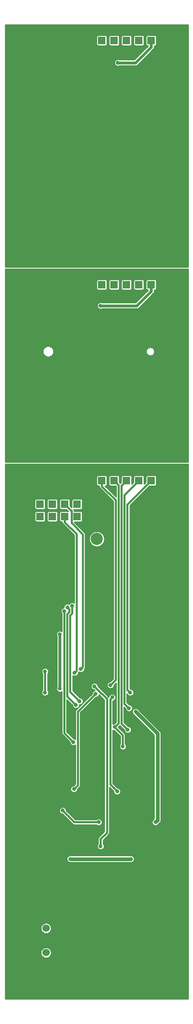
<source format=gbr>
G04 #@! TF.GenerationSoftware,KiCad,Pcbnew,(5.1.0-rc1-3-g6bb8fde48)*
G04 #@! TF.CreationDate,2019-05-06T08:53:10+02:00
G04 #@! TF.ProjectId,SPACEDOS02A_PCB01A,53504143-4544-44f5-9330-32415f504342,REV*
G04 #@! TF.SameCoordinates,Original*
G04 #@! TF.FileFunction,Copper,L1,Top*
G04 #@! TF.FilePolarity,Positive*
%FSLAX46Y46*%
G04 Gerber Fmt 4.6, Leading zero omitted, Abs format (unit mm)*
G04 Created by KiCad (PCBNEW (5.1.0-rc1-3-g6bb8fde48)) date 2019-05-06 08:53:10*
%MOMM*%
%LPD*%
G04 APERTURE LIST*
%ADD10C,2.500000*%
%ADD11R,1.524000X1.524000*%
%ADD12C,1.524000*%
%ADD13C,0.800000*%
%ADD14C,0.250000*%
%ADD15C,0.400000*%
%ADD16C,0.800000*%
%ADD17C,0.600000*%
%ADD18C,0.254000*%
G04 APERTURE END LIST*
D10*
X19050000Y26956000D03*
X19050000Y94456000D03*
D11*
X17526000Y99060000D03*
X17526000Y101600000D03*
X9906000Y99060000D03*
X12446000Y101600000D03*
X9906000Y101600000D03*
X12446000Y99060000D03*
X7366000Y101600000D03*
X7366000Y99060000D03*
D12*
X8596000Y9692000D03*
X8596000Y14692000D03*
D11*
X27686000Y106426000D03*
X25146000Y106426000D03*
X30226000Y106426000D03*
X20066000Y106426000D03*
X22606000Y106426000D03*
X32766000Y106426000D03*
X14986000Y99060000D03*
X14986000Y101600000D03*
X27686000Y146558000D03*
X25146000Y146558000D03*
X30226000Y146558000D03*
X20066000Y146558000D03*
X22606000Y146558000D03*
X32766000Y146558000D03*
X27686000Y196596000D03*
X25146000Y196596000D03*
X30226000Y196596000D03*
X20066000Y196596000D03*
X22606000Y196596000D03*
X32766000Y196596000D03*
D13*
X9906000Y83820000D03*
X32258000Y68834000D03*
X31242000Y70358000D03*
X30213300Y37503100D03*
X22218300Y12898100D03*
X23736300Y14770100D03*
X24123300Y12263100D03*
X24123300Y10706100D03*
X20313300Y10358100D03*
X18408300Y10358100D03*
X17138300Y10358100D03*
X15887735Y10357557D03*
X10160000Y2794000D03*
X14598300Y12263100D03*
X17386486Y33466286D03*
X15868300Y38933100D03*
X18408300Y33256100D03*
X16668300Y34488100D03*
X24123300Y37663100D03*
X24123300Y38933100D03*
X16503300Y39568100D03*
X20186300Y38806100D03*
X20440300Y5024100D03*
X19170300Y5024100D03*
X23996300Y9342100D03*
X21456300Y33472100D03*
X32372300Y33058100D03*
X32639000Y31369000D03*
X33896300Y34328100D03*
X33896300Y35852100D03*
X33896300Y37376100D03*
X33896300Y39154100D03*
X33896300Y40678100D03*
X32639000Y29845000D03*
X32385000Y28321000D03*
X32118300Y26708100D03*
X30848300Y27978100D03*
X29578300Y27978100D03*
X28308300Y27343100D03*
X27673300Y26073100D03*
X27673300Y24803100D03*
X27673300Y23533100D03*
X27673300Y22263100D03*
X28308300Y20993100D03*
X29578300Y19723100D03*
X30213300Y18453100D03*
X30213300Y17183100D03*
X30213300Y15278100D03*
X28943300Y14008100D03*
X28943300Y12738100D03*
X27038300Y17818100D03*
X25768300Y17818100D03*
X24713000Y17818100D03*
X24713000Y19088100D03*
X25768300Y19088100D03*
X24713000Y20277000D03*
X24498300Y21628100D03*
X24498300Y22898100D03*
X24498300Y24168100D03*
X24498300Y25438100D03*
X24498300Y26708100D03*
X23228300Y21628100D03*
X21196300Y21628100D03*
X21196300Y22898100D03*
X23228300Y22898100D03*
X23863300Y31153100D03*
X24244300Y30010100D03*
X24498300Y32423100D03*
X23863300Y34328100D03*
X28816300Y34074100D03*
X27673300Y34328100D03*
X26403300Y33693100D03*
X28816300Y32550100D03*
X28943300Y10833100D03*
X28943300Y8928100D03*
X28308300Y7658100D03*
X28308300Y5753100D03*
X27673300Y4483100D03*
X26403300Y3213100D03*
X25133300Y2578100D03*
X21958300Y2578100D03*
X20053300Y2578100D03*
X14338300Y2578100D03*
X13068300Y2578100D03*
X14224000Y6350000D03*
X13462000Y7874000D03*
X12192000Y7874000D03*
X10922000Y7874000D03*
X9652000Y7874000D03*
X13081000Y10795000D03*
X10213000Y11777000D03*
X11963000Y11777000D03*
X14338300Y10833100D03*
X13213000Y11777000D03*
X11938000Y26162000D03*
X15608300Y20993100D03*
X15608300Y22263100D03*
X16116300Y23406100D03*
X14084300Y24803100D03*
X17018000Y26416000D03*
X17018000Y27432000D03*
X16002000Y26416000D03*
X16002000Y27432000D03*
X13970000Y27432000D03*
X13208000Y26073100D03*
X10528300Y26073100D03*
X9893300Y27343100D03*
X9893300Y28613100D03*
X10528300Y29883100D03*
X10528300Y31153100D03*
X10528300Y32423100D03*
X10528300Y33693100D03*
X10528300Y34963100D03*
X9893300Y36233100D03*
X8623300Y36233100D03*
X7988300Y37503100D03*
X8623300Y40043100D03*
X12052300Y40932100D03*
X13576300Y40932100D03*
X14592300Y40932100D03*
X15608300Y41694100D03*
X15608300Y42964100D03*
X16624300Y43726100D03*
X20307300Y54775100D03*
X7366000Y5080000D03*
X6350000Y6096000D03*
X5842000Y7620000D03*
X5842000Y10160000D03*
X6604000Y11938000D03*
X7480300Y13246100D03*
X8522339Y38787523D03*
X10839993Y40874407D03*
X22720300Y60490100D03*
X30734000Y68834000D03*
X10668000Y81026000D03*
X6604000Y84582000D03*
X18288000Y66548000D03*
X20066000Y67056000D03*
X19304000Y66294000D03*
X14732000Y7874000D03*
X14224000Y5080000D03*
X8382000Y7874000D03*
X9906000Y6604000D03*
X10922000Y5334000D03*
X12700000Y5080000D03*
X15494000Y2540000D03*
X16764000Y2540000D03*
X18034000Y2540000D03*
X8636000Y3810000D03*
X10414000Y13970000D03*
X11684000Y13970000D03*
X12954000Y13970000D03*
X6604000Y14732000D03*
X6858000Y16002000D03*
X7874000Y17018000D03*
X11430000Y16510000D03*
X10922000Y15240000D03*
X6096000Y18288000D03*
X6096000Y19812000D03*
X6096000Y21082000D03*
X6096000Y22352000D03*
X6096000Y23622000D03*
X6096000Y25654000D03*
X6096000Y27178000D03*
X11176000Y27686000D03*
X12700000Y27432000D03*
X23876000Y2578100D03*
X29464000Y72644000D03*
X30226000Y74930000D03*
X30734000Y76200000D03*
X31496000Y77724000D03*
X31242000Y78994000D03*
X9652000Y89408000D03*
X10922000Y88138000D03*
X12192000Y86868000D03*
X12446000Y89662000D03*
X9398000Y95504000D03*
X10160000Y96266000D03*
X11684000Y94996000D03*
X11684000Y92964000D03*
X6858000Y87122000D03*
X8128000Y85852000D03*
X6604000Y82296000D03*
X8382000Y82296000D03*
X7366000Y71120000D03*
X7366000Y69088000D03*
X10414000Y71120000D03*
X10414000Y68580000D03*
X14732000Y65024000D03*
X16256000Y65024000D03*
X21590000Y67564000D03*
X18796000Y75692000D03*
X20066000Y75692000D03*
X21336000Y75692000D03*
X17780000Y78740000D03*
X21336000Y85344000D03*
X21082000Y87630000D03*
X28448000Y88392000D03*
X30226000Y88392000D03*
X30480000Y86614000D03*
X30480000Y84328000D03*
X25908000Y57150000D03*
X28448000Y60960000D03*
X31750000Y62992000D03*
X31750000Y65532000D03*
X31750000Y67310000D03*
X6350000Y49276000D03*
X7620000Y50292000D03*
X9652000Y50292000D03*
X11684000Y50292000D03*
X32766000Y104648000D03*
X32766000Y103378000D03*
X32766000Y102108000D03*
X19558000Y102108000D03*
X19558000Y100584000D03*
X19558000Y98552000D03*
X5080000Y101854000D03*
X5080000Y100076000D03*
X5080000Y98044000D03*
X17780000Y92202000D03*
X17780000Y89916000D03*
X18288000Y60198000D03*
X16256000Y62484000D03*
X11430000Y57658000D03*
X29210000Y52324000D03*
X28194000Y54610000D03*
X28194000Y56388000D03*
X30226000Y38608000D03*
X26670000Y37592000D03*
X16002000Y49530000D03*
X14224000Y55880000D03*
X17780000Y80772000D03*
X17780000Y85852000D03*
X19431000Y36449000D03*
X12007568Y38831203D03*
X14224000Y52832000D03*
X12353395Y79666929D03*
X8382000Y67310000D03*
X8382000Y62992000D03*
X25400000Y55372000D03*
X21844000Y64516000D03*
X24371300Y51981100D03*
X22720300Y55918100D03*
X15494000Y61214000D03*
X13970002Y80772000D03*
X14732000Y60452000D03*
X12972133Y80452541D03*
X26028300Y28900100D03*
X13582300Y28900100D03*
X31115000Y36449000D03*
X27033000Y59073004D03*
X11430000Y74930000D03*
X11430000Y63796100D03*
X19812000Y31496000D03*
X18542002Y64262000D03*
X14338300Y43218100D03*
X18796000Y62738000D03*
X23228300Y42743100D03*
X22212300Y62014100D03*
X25908000Y62992000D03*
X25654000Y59796100D03*
X15748000Y67818000D03*
X14478000Y67056000D03*
X19812000Y142240000D03*
X23368000Y192024000D03*
D14*
X17138300Y10358100D02*
X18408300Y10358100D01*
D15*
X16668300Y34184472D02*
X17386486Y33466286D01*
X16668300Y34488100D02*
X16668300Y34184472D01*
X17176300Y34488100D02*
X18408300Y33256100D01*
X16668300Y34488100D02*
X17176300Y34488100D01*
X24123300Y38933100D02*
X24123300Y37663100D01*
X16503300Y39568100D02*
X19424300Y39568100D01*
X19424300Y39568100D02*
X20186300Y38806100D01*
D14*
X20440300Y5024100D02*
X19170300Y5024100D01*
X21456300Y33472100D02*
X22726300Y33472100D01*
X22726300Y33472100D02*
X22980300Y33726100D01*
X5638000Y123295000D02*
X31938000Y123295000D01*
X4638000Y123295000D02*
X5638000Y123295000D01*
D15*
X12407567Y38431204D02*
X12007568Y38831203D01*
X14389771Y36449000D02*
X12407567Y38431204D01*
X19431000Y36449000D02*
X14389771Y36449000D01*
X12353395Y54702605D02*
X12353395Y79101244D01*
X12353395Y79101244D02*
X12353395Y79666929D01*
X14224000Y52832000D02*
X12353395Y54702605D01*
X8382000Y67310000D02*
X8382000Y62992000D01*
X24120311Y56651689D02*
X25400000Y55372000D01*
X24120311Y105400311D02*
X24120311Y56651689D01*
X25146000Y106426000D02*
X24120311Y105400311D01*
X21844000Y64516000D02*
X22920291Y65592291D01*
X22920291Y65592291D02*
X22920291Y102422291D01*
X22907709Y102422291D02*
X22920291Y102422291D01*
X20066000Y105264000D02*
X22907709Y102422291D01*
X20066000Y106426000D02*
X20066000Y105264000D01*
X23120299Y55518101D02*
X22720300Y55918100D01*
X24371300Y54267100D02*
X23120299Y55518101D01*
X24371300Y51981100D02*
X24371300Y54267100D01*
X23520301Y105511699D02*
X22606000Y106426000D01*
X22720300Y55918100D02*
X23520301Y56718101D01*
X23520301Y56718101D02*
X23520301Y105511699D01*
X15494000Y61214000D02*
X13554010Y63153990D01*
X13970002Y80206315D02*
X13970002Y80772000D01*
X13972142Y80204175D02*
X13970002Y80206315D01*
X13972142Y79253132D02*
X13972142Y80204175D01*
X13554010Y78835000D02*
X13972142Y79253132D01*
X13554010Y63153990D02*
X13554010Y78835000D01*
X12972133Y80331863D02*
X12972133Y80452541D01*
X13372132Y80052542D02*
X12972133Y80452541D01*
X13372132Y79501664D02*
X13372132Y80052542D01*
X12954000Y79083532D02*
X13372132Y79501664D01*
X12954001Y62229999D02*
X12954000Y79083532D01*
X14732000Y60452000D02*
X12954001Y62229999D01*
D16*
X13582300Y28900100D02*
X26028300Y28900100D01*
X31514999Y54591005D02*
X27033000Y59073004D01*
X31514999Y36848999D02*
X31514999Y54591005D01*
X31115000Y36449000D02*
X31514999Y36848999D01*
D17*
X11430000Y74930000D02*
X11430000Y63796100D01*
D15*
X21107301Y61696701D02*
X18942001Y63862001D01*
X18942001Y63862001D02*
X18542002Y64262000D01*
X21107301Y34307103D02*
X21107301Y61696701D01*
X19812000Y33011802D02*
X21107301Y34307103D01*
X19812000Y31496000D02*
X19812000Y33011802D01*
X14338300Y43218100D02*
X15151002Y44030802D01*
X15151002Y44030802D02*
X15151002Y54190998D01*
X15151002Y59093002D02*
X18796000Y62738000D01*
X15151002Y55714998D02*
X15151002Y59093002D01*
X15151002Y55714998D02*
X15151002Y54190998D01*
X15151002Y57832174D02*
X15151002Y55714998D01*
X21796310Y44175090D02*
X23228300Y42743100D01*
X22212300Y62014100D02*
X21796310Y61598110D01*
X21796310Y61598110D02*
X21796310Y44175090D01*
X26416000Y102616000D02*
X30226000Y106426000D01*
X25320331Y101520331D02*
X26416000Y102616000D01*
X25320331Y63579669D02*
X25320331Y101520331D01*
X25908000Y62992000D02*
X25320331Y63579669D01*
X26416000Y105156000D02*
X27686000Y106426000D01*
X24720321Y103460321D02*
X26416000Y105156000D01*
X24720321Y60729779D02*
X24720321Y103460321D01*
X25654000Y59796100D02*
X24720321Y60729779D01*
X13608001Y100437999D02*
X12446000Y101600000D01*
X13823999Y100222001D02*
X13608001Y100437999D01*
X13823999Y97762001D02*
X13823999Y100222001D01*
X16147999Y95438001D02*
X13823999Y97762001D01*
X16147999Y68217999D02*
X16147999Y78631999D01*
X15748000Y67818000D02*
X16147999Y68217999D01*
X16147999Y78631999D02*
X16147999Y95438001D01*
X12446000Y97898000D02*
X12446000Y99060000D01*
X14877999Y95466001D02*
X12446000Y97898000D01*
X14877999Y67455999D02*
X14877999Y81933999D01*
X14478000Y67056000D02*
X14877999Y67455999D01*
X14877999Y81933999D02*
X14877999Y83203999D01*
X14877999Y83203999D02*
X14877999Y85235999D01*
X14877999Y85235999D02*
X14877999Y95466001D01*
D17*
X30226000Y145196000D02*
X30226000Y146558000D01*
X27270000Y142240000D02*
X30226000Y145196000D01*
X19812000Y142240000D02*
X27270000Y142240000D01*
X23933685Y192024000D02*
X23368000Y192024000D01*
X27016000Y192024000D02*
X23933685Y192024000D01*
X30226000Y195234000D02*
X27016000Y192024000D01*
X30226000Y196596000D02*
X30226000Y195234000D01*
D18*
G36*
X37798001Y202000D02*
G01*
X202000Y202000D01*
X202000Y9799257D01*
X7507000Y9799257D01*
X7507000Y9584743D01*
X7548850Y9374350D01*
X7630941Y9176165D01*
X7750119Y8997803D01*
X7901803Y8846119D01*
X8080165Y8726941D01*
X8278350Y8644850D01*
X8488743Y8603000D01*
X8703257Y8603000D01*
X8913650Y8644850D01*
X9111835Y8726941D01*
X9290197Y8846119D01*
X9441881Y8997803D01*
X9561059Y9176165D01*
X9643150Y9374350D01*
X9685000Y9584743D01*
X9685000Y9799257D01*
X9643150Y10009650D01*
X9561059Y10207835D01*
X9441881Y10386197D01*
X9290197Y10537881D01*
X9111835Y10657059D01*
X8913650Y10739150D01*
X8703257Y10781000D01*
X8488743Y10781000D01*
X8278350Y10739150D01*
X8080165Y10657059D01*
X7901803Y10537881D01*
X7750119Y10386197D01*
X7630941Y10207835D01*
X7548850Y10009650D01*
X7507000Y9799257D01*
X202000Y9799257D01*
X202000Y14799257D01*
X7507000Y14799257D01*
X7507000Y14584743D01*
X7548850Y14374350D01*
X7630941Y14176165D01*
X7750119Y13997803D01*
X7901803Y13846119D01*
X8080165Y13726941D01*
X8278350Y13644850D01*
X8488743Y13603000D01*
X8703257Y13603000D01*
X8913650Y13644850D01*
X9111835Y13726941D01*
X9290197Y13846119D01*
X9441881Y13997803D01*
X9561059Y14176165D01*
X9643150Y14374350D01*
X9685000Y14584743D01*
X9685000Y14799257D01*
X9643150Y15009650D01*
X9561059Y15207835D01*
X9441881Y15386197D01*
X9290197Y15537881D01*
X9111835Y15657059D01*
X8913650Y15739150D01*
X8703257Y15781000D01*
X8488743Y15781000D01*
X8278350Y15739150D01*
X8080165Y15657059D01*
X7901803Y15537881D01*
X7750119Y15386197D01*
X7630941Y15207835D01*
X7548850Y15009650D01*
X7507000Y14799257D01*
X202000Y14799257D01*
X202000Y28900100D01*
X12851783Y28900100D01*
X12855300Y28864392D01*
X12855300Y28828497D01*
X12862303Y28793290D01*
X12865820Y28757583D01*
X12876235Y28723249D01*
X12883238Y28688042D01*
X12896974Y28654880D01*
X12907390Y28620543D01*
X12924305Y28588897D01*
X12938041Y28555736D01*
X12957983Y28525890D01*
X12974897Y28494247D01*
X12997658Y28466512D01*
X13017602Y28436664D01*
X13042983Y28411283D01*
X13065746Y28383546D01*
X13093483Y28360783D01*
X13118864Y28335402D01*
X13148712Y28315458D01*
X13176447Y28292697D01*
X13208090Y28275783D01*
X13237936Y28255841D01*
X13271097Y28242105D01*
X13302743Y28225190D01*
X13337080Y28214774D01*
X13370242Y28201038D01*
X13405449Y28194035D01*
X13439783Y28183620D01*
X13475490Y28180103D01*
X13510697Y28173100D01*
X26099903Y28173100D01*
X26135110Y28180103D01*
X26170817Y28183620D01*
X26205151Y28194035D01*
X26240358Y28201038D01*
X26273520Y28214774D01*
X26307857Y28225190D01*
X26339503Y28242105D01*
X26372664Y28255841D01*
X26402510Y28275783D01*
X26434153Y28292697D01*
X26461888Y28315458D01*
X26491736Y28335402D01*
X26517117Y28360783D01*
X26544854Y28383546D01*
X26567617Y28411283D01*
X26592998Y28436664D01*
X26612942Y28466512D01*
X26635703Y28494247D01*
X26652617Y28525890D01*
X26672559Y28555736D01*
X26686295Y28588897D01*
X26703210Y28620543D01*
X26713626Y28654880D01*
X26727362Y28688042D01*
X26734365Y28723249D01*
X26744780Y28757583D01*
X26748297Y28793290D01*
X26755300Y28828497D01*
X26755300Y28864392D01*
X26758817Y28900100D01*
X26755300Y28935808D01*
X26755300Y28971703D01*
X26748297Y29006910D01*
X26744780Y29042617D01*
X26734365Y29076951D01*
X26727362Y29112158D01*
X26713626Y29145320D01*
X26703210Y29179657D01*
X26686295Y29211303D01*
X26672559Y29244464D01*
X26652617Y29274310D01*
X26635703Y29305953D01*
X26612942Y29333688D01*
X26592998Y29363536D01*
X26567617Y29388917D01*
X26544854Y29416654D01*
X26517117Y29439417D01*
X26491736Y29464798D01*
X26461888Y29484742D01*
X26434153Y29507503D01*
X26402510Y29524417D01*
X26372664Y29544359D01*
X26339503Y29558095D01*
X26307857Y29575010D01*
X26273520Y29585426D01*
X26240358Y29599162D01*
X26205151Y29606165D01*
X26170817Y29616580D01*
X26135110Y29620097D01*
X26099903Y29627100D01*
X13510697Y29627100D01*
X13475490Y29620097D01*
X13439783Y29616580D01*
X13405449Y29606165D01*
X13370242Y29599162D01*
X13337080Y29585426D01*
X13302743Y29575010D01*
X13271097Y29558095D01*
X13237936Y29544359D01*
X13208090Y29524417D01*
X13176447Y29507503D01*
X13148712Y29484742D01*
X13118864Y29464798D01*
X13093483Y29439417D01*
X13065746Y29416654D01*
X13042983Y29388917D01*
X13017602Y29363536D01*
X12997658Y29333688D01*
X12974897Y29305953D01*
X12957983Y29274310D01*
X12938041Y29244464D01*
X12924305Y29211303D01*
X12907390Y29179657D01*
X12896974Y29145320D01*
X12883238Y29112158D01*
X12876235Y29076951D01*
X12865820Y29042617D01*
X12862303Y29006910D01*
X12855300Y28971703D01*
X12855300Y28935808D01*
X12851783Y28900100D01*
X202000Y28900100D01*
X202000Y38902806D01*
X11280568Y38902806D01*
X11280568Y38759600D01*
X11308506Y38619145D01*
X11363309Y38486839D01*
X11442870Y38367767D01*
X11544132Y38266505D01*
X11663204Y38186944D01*
X11795510Y38132141D01*
X11935965Y38104203D01*
X11989278Y38104203D01*
X12053222Y38040259D01*
X12053227Y38040255D01*
X13998825Y36094656D01*
X14015323Y36074552D01*
X14095569Y36008696D01*
X14187121Y35959761D01*
X14277162Y35932447D01*
X14286461Y35929626D01*
X14389771Y35919451D01*
X14415652Y35922000D01*
X18929866Y35922000D01*
X18967564Y35884302D01*
X19086636Y35804741D01*
X19218942Y35749938D01*
X19359397Y35722000D01*
X19502603Y35722000D01*
X19643058Y35749938D01*
X19775364Y35804741D01*
X19894436Y35884302D01*
X19995698Y35985564D01*
X20075259Y36104636D01*
X20130062Y36236942D01*
X20158000Y36377397D01*
X20158000Y36520603D01*
X20130062Y36661058D01*
X20075259Y36793364D01*
X19995698Y36912436D01*
X19894436Y37013698D01*
X19775364Y37093259D01*
X19643058Y37148062D01*
X19502603Y37176000D01*
X19359397Y37176000D01*
X19218942Y37148062D01*
X19086636Y37093259D01*
X18967564Y37013698D01*
X18929866Y36976000D01*
X14608062Y36976000D01*
X12798516Y38785544D01*
X12798512Y38785549D01*
X12734568Y38849493D01*
X12734568Y38902806D01*
X12706630Y39043261D01*
X12651827Y39175567D01*
X12572266Y39294639D01*
X12471004Y39395901D01*
X12351932Y39475462D01*
X12219626Y39530265D01*
X12079171Y39558203D01*
X11935965Y39558203D01*
X11795510Y39530265D01*
X11663204Y39475462D01*
X11544132Y39395901D01*
X11442870Y39294639D01*
X11363309Y39175567D01*
X11308506Y39043261D01*
X11280568Y38902806D01*
X202000Y38902806D01*
X202000Y67381603D01*
X7655000Y67381603D01*
X7655000Y67238397D01*
X7682938Y67097942D01*
X7737741Y66965636D01*
X7817302Y66846564D01*
X7855000Y66808866D01*
X7855001Y63493135D01*
X7817302Y63455436D01*
X7737741Y63336364D01*
X7682938Y63204058D01*
X7655000Y63063603D01*
X7655000Y62920397D01*
X7682938Y62779942D01*
X7737741Y62647636D01*
X7817302Y62528564D01*
X7918564Y62427302D01*
X8037636Y62347741D01*
X8169942Y62292938D01*
X8310397Y62265000D01*
X8453603Y62265000D01*
X8594058Y62292938D01*
X8726364Y62347741D01*
X8845436Y62427302D01*
X8946698Y62528564D01*
X9026259Y62647636D01*
X9081062Y62779942D01*
X9109000Y62920397D01*
X9109000Y63063603D01*
X9081062Y63204058D01*
X9026259Y63336364D01*
X8946698Y63455436D01*
X8909000Y63493134D01*
X8909000Y66808866D01*
X8946698Y66846564D01*
X9026259Y66965636D01*
X9081062Y67097942D01*
X9109000Y67238397D01*
X9109000Y67381603D01*
X9081062Y67522058D01*
X9026259Y67654364D01*
X8946698Y67773436D01*
X8845436Y67874698D01*
X8726364Y67954259D01*
X8594058Y68009062D01*
X8453603Y68037000D01*
X8310397Y68037000D01*
X8169942Y68009062D01*
X8037636Y67954259D01*
X7918564Y67874698D01*
X7817302Y67773436D01*
X7737741Y67654364D01*
X7682938Y67522058D01*
X7655000Y67381603D01*
X202000Y67381603D01*
X202000Y75001603D01*
X10703000Y75001603D01*
X10703000Y74858397D01*
X10730938Y74717942D01*
X10785741Y74585636D01*
X10803000Y74559806D01*
X10803001Y64166295D01*
X10785741Y64140464D01*
X10730938Y64008158D01*
X10703000Y63867703D01*
X10703000Y63724497D01*
X10730938Y63584042D01*
X10785741Y63451736D01*
X10865302Y63332664D01*
X10966564Y63231402D01*
X11085636Y63151841D01*
X11217942Y63097038D01*
X11358397Y63069100D01*
X11501603Y63069100D01*
X11642058Y63097038D01*
X11774364Y63151841D01*
X11826395Y63186607D01*
X11826395Y54728486D01*
X11823846Y54702605D01*
X11826395Y54676725D01*
X11834021Y54599296D01*
X11864156Y54499956D01*
X11913091Y54408403D01*
X11978947Y54328157D01*
X11999061Y54311650D01*
X13497000Y52813710D01*
X13497000Y52760397D01*
X13524938Y52619942D01*
X13579741Y52487636D01*
X13659302Y52368564D01*
X13760564Y52267302D01*
X13879636Y52187741D01*
X14011942Y52132938D01*
X14152397Y52105000D01*
X14295603Y52105000D01*
X14436058Y52132938D01*
X14568364Y52187741D01*
X14624003Y52224917D01*
X14624002Y44249092D01*
X14320011Y43945100D01*
X14266697Y43945100D01*
X14126242Y43917162D01*
X13993936Y43862359D01*
X13874864Y43782798D01*
X13773602Y43681536D01*
X13694041Y43562464D01*
X13639238Y43430158D01*
X13611300Y43289703D01*
X13611300Y43146497D01*
X13639238Y43006042D01*
X13694041Y42873736D01*
X13773602Y42754664D01*
X13874864Y42653402D01*
X13993936Y42573841D01*
X14126242Y42519038D01*
X14266697Y42491100D01*
X14409903Y42491100D01*
X14550358Y42519038D01*
X14682664Y42573841D01*
X14801736Y42653402D01*
X14902998Y42754664D01*
X14982559Y42873736D01*
X15037362Y43006042D01*
X15065300Y43146497D01*
X15065300Y43199811D01*
X15505341Y43639851D01*
X15525450Y43656354D01*
X15591306Y43736600D01*
X15640241Y43828152D01*
X15670376Y43927492D01*
X15678002Y44004921D01*
X15678002Y44004922D01*
X15680551Y44030801D01*
X15678002Y44056682D01*
X15678002Y58874713D01*
X18814291Y62011000D01*
X18867603Y62011000D01*
X19008058Y62038938D01*
X19140364Y62093741D01*
X19259436Y62173302D01*
X19360698Y62274564D01*
X19440259Y62393636D01*
X19495062Y62525942D01*
X19501318Y62557394D01*
X20580302Y61478409D01*
X20580301Y34525393D01*
X19457662Y33402753D01*
X19437553Y33386250D01*
X19380061Y33316196D01*
X19371696Y33306003D01*
X19322761Y33214451D01*
X19292626Y33115111D01*
X19282451Y33011802D01*
X19285001Y32985912D01*
X19285000Y31997134D01*
X19247302Y31959436D01*
X19167741Y31840364D01*
X19112938Y31708058D01*
X19085000Y31567603D01*
X19085000Y31424397D01*
X19112938Y31283942D01*
X19167741Y31151636D01*
X19247302Y31032564D01*
X19348564Y30931302D01*
X19467636Y30851741D01*
X19599942Y30796938D01*
X19740397Y30769000D01*
X19883603Y30769000D01*
X20024058Y30796938D01*
X20156364Y30851741D01*
X20275436Y30931302D01*
X20376698Y31032564D01*
X20456259Y31151636D01*
X20511062Y31283942D01*
X20539000Y31424397D01*
X20539000Y31567603D01*
X20511062Y31708058D01*
X20456259Y31840364D01*
X20376698Y31959436D01*
X20339000Y31997134D01*
X20339000Y32793513D01*
X21461640Y33916152D01*
X21481749Y33932655D01*
X21547605Y34012901D01*
X21596540Y34104453D01*
X21626675Y34203793D01*
X21634301Y34281222D01*
X21634301Y34281223D01*
X21636850Y34307102D01*
X21634301Y34332983D01*
X21634301Y43591810D01*
X22501300Y42724810D01*
X22501300Y42671497D01*
X22529238Y42531042D01*
X22584041Y42398736D01*
X22663602Y42279664D01*
X22764864Y42178402D01*
X22883936Y42098841D01*
X23016242Y42044038D01*
X23156697Y42016100D01*
X23299903Y42016100D01*
X23440358Y42044038D01*
X23572664Y42098841D01*
X23691736Y42178402D01*
X23792998Y42279664D01*
X23872559Y42398736D01*
X23927362Y42531042D01*
X23955300Y42671497D01*
X23955300Y42814703D01*
X23927362Y42955158D01*
X23872559Y43087464D01*
X23792998Y43206536D01*
X23691736Y43307798D01*
X23572664Y43387359D01*
X23440358Y43442162D01*
X23299903Y43470100D01*
X23246590Y43470100D01*
X22323310Y44393379D01*
X22323310Y55309004D01*
X22375936Y55273841D01*
X22508242Y55219038D01*
X22648697Y55191100D01*
X22702010Y55191100D01*
X22765954Y55127156D01*
X22765959Y55127152D01*
X23844301Y54048808D01*
X23844300Y52482234D01*
X23806602Y52444536D01*
X23727041Y52325464D01*
X23672238Y52193158D01*
X23644300Y52052703D01*
X23644300Y51909497D01*
X23672238Y51769042D01*
X23727041Y51636736D01*
X23806602Y51517664D01*
X23907864Y51416402D01*
X24026936Y51336841D01*
X24159242Y51282038D01*
X24299697Y51254100D01*
X24442903Y51254100D01*
X24583358Y51282038D01*
X24715664Y51336841D01*
X24834736Y51416402D01*
X24935998Y51517664D01*
X25015559Y51636736D01*
X25070362Y51769042D01*
X25098300Y51909497D01*
X25098300Y52052703D01*
X25070362Y52193158D01*
X25015559Y52325464D01*
X24935998Y52444536D01*
X24898300Y52482234D01*
X24898300Y54241219D01*
X24900849Y54267100D01*
X24894836Y54328157D01*
X24890674Y54370410D01*
X24860539Y54469750D01*
X24811604Y54561302D01*
X24745748Y54641548D01*
X24725644Y54658047D01*
X23511248Y55872441D01*
X23511244Y55872446D01*
X23465590Y55918100D01*
X23787100Y56239611D01*
X24673000Y55353710D01*
X24673000Y55300397D01*
X24700938Y55159942D01*
X24755741Y55027636D01*
X24835302Y54908564D01*
X24936564Y54807302D01*
X25055636Y54727741D01*
X25187942Y54672938D01*
X25328397Y54645000D01*
X25471603Y54645000D01*
X25612058Y54672938D01*
X25744364Y54727741D01*
X25863436Y54807302D01*
X25964698Y54908564D01*
X26044259Y55027636D01*
X26099062Y55159942D01*
X26127000Y55300397D01*
X26127000Y55443603D01*
X26099062Y55584058D01*
X26044259Y55716364D01*
X25964698Y55835436D01*
X25863436Y55936698D01*
X25744364Y56016259D01*
X25612058Y56071062D01*
X25471603Y56099000D01*
X25418290Y56099000D01*
X24647311Y56869978D01*
X24647311Y60057499D01*
X24927000Y59777810D01*
X24927000Y59724497D01*
X24954938Y59584042D01*
X25009741Y59451736D01*
X25089302Y59332664D01*
X25190564Y59231402D01*
X25309636Y59151841D01*
X25441942Y59097038D01*
X25582397Y59069100D01*
X25725603Y59069100D01*
X25745229Y59073004D01*
X26302483Y59073004D01*
X26306000Y59037296D01*
X26306000Y59001401D01*
X26313003Y58966194D01*
X26316520Y58930487D01*
X26326935Y58896154D01*
X26333938Y58860946D01*
X26347675Y58827782D01*
X26358090Y58793448D01*
X26375003Y58761806D01*
X26388741Y58728640D01*
X26408688Y58698787D01*
X26425598Y58667151D01*
X26448353Y58639425D01*
X26468302Y58609568D01*
X26569564Y58508306D01*
X26569570Y58508302D01*
X30788000Y54289870D01*
X30787999Y37150131D01*
X30651570Y37013702D01*
X30651564Y37013698D01*
X30550302Y36912436D01*
X30530353Y36882579D01*
X30507598Y36854853D01*
X30490688Y36823217D01*
X30470741Y36793364D01*
X30457003Y36760198D01*
X30440090Y36728556D01*
X30429675Y36694222D01*
X30415938Y36661058D01*
X30408935Y36625850D01*
X30398520Y36591517D01*
X30395003Y36555810D01*
X30388000Y36520603D01*
X30388000Y36484708D01*
X30384483Y36449000D01*
X30388000Y36413292D01*
X30388000Y36377397D01*
X30395003Y36342190D01*
X30398520Y36306483D01*
X30408935Y36272150D01*
X30415938Y36236942D01*
X30429675Y36203778D01*
X30440090Y36169444D01*
X30457003Y36137802D01*
X30470741Y36104636D01*
X30490688Y36074783D01*
X30507598Y36043147D01*
X30530353Y36015420D01*
X30550302Y35985564D01*
X30575692Y35960174D01*
X30598447Y35932447D01*
X30626174Y35909692D01*
X30651564Y35884302D01*
X30681420Y35864353D01*
X30709147Y35841598D01*
X30740783Y35824688D01*
X30770636Y35804741D01*
X30803802Y35791003D01*
X30835444Y35774090D01*
X30869778Y35763675D01*
X30902942Y35749938D01*
X30938150Y35742935D01*
X30972483Y35732520D01*
X31008190Y35729003D01*
X31043397Y35722000D01*
X31079292Y35722000D01*
X31115000Y35718483D01*
X31150708Y35722000D01*
X31186603Y35722000D01*
X31221810Y35729003D01*
X31257517Y35732520D01*
X31291850Y35742935D01*
X31327058Y35749938D01*
X31360222Y35763675D01*
X31394556Y35774090D01*
X31426198Y35791003D01*
X31459364Y35804741D01*
X31489217Y35824688D01*
X31520853Y35841598D01*
X31548579Y35864353D01*
X31578436Y35884302D01*
X31679698Y35985564D01*
X31679702Y35985570D01*
X32003810Y36309678D01*
X32031552Y36332445D01*
X32122402Y36443146D01*
X32189909Y36569442D01*
X32231479Y36706482D01*
X32241999Y36813291D01*
X32241999Y36813292D01*
X32245516Y36848998D01*
X32241999Y36884706D01*
X32241999Y54555297D01*
X32245516Y54591005D01*
X32231479Y54733523D01*
X32189909Y54870562D01*
X32183388Y54882761D01*
X32122402Y54996858D01*
X32031553Y55107559D01*
X32003816Y55130322D01*
X27597702Y59536434D01*
X27597698Y59536440D01*
X27496436Y59637702D01*
X27466579Y59657651D01*
X27438853Y59680406D01*
X27407217Y59697316D01*
X27377364Y59717263D01*
X27344198Y59731001D01*
X27312556Y59747914D01*
X27278222Y59758329D01*
X27245058Y59772066D01*
X27209850Y59779069D01*
X27175517Y59789484D01*
X27139810Y59793001D01*
X27104603Y59800004D01*
X27068708Y59800004D01*
X27033000Y59803521D01*
X26997292Y59800004D01*
X26961397Y59800004D01*
X26926190Y59793001D01*
X26890483Y59789484D01*
X26856150Y59779069D01*
X26820942Y59772066D01*
X26787778Y59758329D01*
X26753444Y59747914D01*
X26721802Y59731001D01*
X26688636Y59717263D01*
X26658783Y59697316D01*
X26627147Y59680406D01*
X26599420Y59657651D01*
X26569564Y59637702D01*
X26544174Y59612312D01*
X26516447Y59589557D01*
X26493692Y59561830D01*
X26468302Y59536440D01*
X26448353Y59506584D01*
X26425598Y59478857D01*
X26408688Y59447221D01*
X26388741Y59417368D01*
X26375003Y59384202D01*
X26358090Y59352560D01*
X26347675Y59318226D01*
X26333938Y59285062D01*
X26326935Y59249854D01*
X26316520Y59215521D01*
X26313003Y59179814D01*
X26306000Y59144607D01*
X26306000Y59108712D01*
X26302483Y59073004D01*
X25745229Y59073004D01*
X25866058Y59097038D01*
X25998364Y59151841D01*
X26117436Y59231402D01*
X26218698Y59332664D01*
X26298259Y59451736D01*
X26353062Y59584042D01*
X26381000Y59724497D01*
X26381000Y59867703D01*
X26353062Y60008158D01*
X26298259Y60140464D01*
X26218698Y60259536D01*
X26117436Y60360798D01*
X25998364Y60440359D01*
X25866058Y60495162D01*
X25725603Y60523100D01*
X25672290Y60523100D01*
X25247321Y60948068D01*
X25247321Y62687277D01*
X25263741Y62647636D01*
X25343302Y62528564D01*
X25444564Y62427302D01*
X25563636Y62347741D01*
X25695942Y62292938D01*
X25836397Y62265000D01*
X25979603Y62265000D01*
X26120058Y62292938D01*
X26252364Y62347741D01*
X26371436Y62427302D01*
X26472698Y62528564D01*
X26552259Y62647636D01*
X26607062Y62779942D01*
X26635000Y62920397D01*
X26635000Y63063603D01*
X26607062Y63204058D01*
X26552259Y63336364D01*
X26472698Y63455436D01*
X26371436Y63556698D01*
X26252364Y63636259D01*
X26120058Y63691062D01*
X25979603Y63719000D01*
X25926289Y63719000D01*
X25847331Y63797958D01*
X25847331Y101302042D01*
X26806945Y102261655D01*
X26806949Y102261660D01*
X29880709Y105335418D01*
X30988000Y105335418D01*
X31052103Y105341732D01*
X31113743Y105360430D01*
X31170550Y105390794D01*
X31220343Y105431657D01*
X31261206Y105481450D01*
X31291570Y105538257D01*
X31310268Y105599897D01*
X31316582Y105664000D01*
X31316582Y107188000D01*
X31310268Y107252103D01*
X31291570Y107313743D01*
X31261206Y107370550D01*
X31220343Y107420343D01*
X31170550Y107461206D01*
X31113743Y107491570D01*
X31052103Y107510268D01*
X30988000Y107516582D01*
X29464000Y107516582D01*
X29399897Y107510268D01*
X29338257Y107491570D01*
X29281450Y107461206D01*
X29231657Y107420343D01*
X29190794Y107370550D01*
X29160430Y107313743D01*
X29141732Y107252103D01*
X29135418Y107188000D01*
X29135418Y106080709D01*
X28776582Y105721872D01*
X28776582Y107188000D01*
X28770268Y107252103D01*
X28751570Y107313743D01*
X28721206Y107370550D01*
X28680343Y107420343D01*
X28630550Y107461206D01*
X28573743Y107491570D01*
X28512103Y107510268D01*
X28448000Y107516582D01*
X26924000Y107516582D01*
X26859897Y107510268D01*
X26798257Y107491570D01*
X26741450Y107461206D01*
X26691657Y107420343D01*
X26650794Y107370550D01*
X26620430Y107313743D01*
X26601732Y107252103D01*
X26595418Y107188000D01*
X26595418Y106080707D01*
X26236582Y105721871D01*
X26236582Y107188000D01*
X26230268Y107252103D01*
X26211570Y107313743D01*
X26181206Y107370550D01*
X26140343Y107420343D01*
X26090550Y107461206D01*
X26033743Y107491570D01*
X25972103Y107510268D01*
X25908000Y107516582D01*
X24384000Y107516582D01*
X24319897Y107510268D01*
X24258257Y107491570D01*
X24201450Y107461206D01*
X24151657Y107420343D01*
X24110794Y107370550D01*
X24080430Y107313743D01*
X24061732Y107252103D01*
X24055418Y107188000D01*
X24055418Y106080707D01*
X23876134Y105901424D01*
X23874640Y105902650D01*
X23696582Y106080708D01*
X23696582Y107188000D01*
X23690268Y107252103D01*
X23671570Y107313743D01*
X23641206Y107370550D01*
X23600343Y107420343D01*
X23550550Y107461206D01*
X23493743Y107491570D01*
X23432103Y107510268D01*
X23368000Y107516582D01*
X21844000Y107516582D01*
X21779897Y107510268D01*
X21718257Y107491570D01*
X21661450Y107461206D01*
X21611657Y107420343D01*
X21570794Y107370550D01*
X21540430Y107313743D01*
X21521732Y107252103D01*
X21515418Y107188000D01*
X21515418Y105664000D01*
X21521732Y105599897D01*
X21540430Y105538257D01*
X21570794Y105481450D01*
X21611657Y105431657D01*
X21661450Y105390794D01*
X21718257Y105360430D01*
X21779897Y105341732D01*
X21844000Y105335418D01*
X22951292Y105335418D01*
X22993302Y105293408D01*
X22993302Y103081988D01*
X20739871Y105335418D01*
X20828000Y105335418D01*
X20892103Y105341732D01*
X20953743Y105360430D01*
X21010550Y105390794D01*
X21060343Y105431657D01*
X21101206Y105481450D01*
X21131570Y105538257D01*
X21150268Y105599897D01*
X21156582Y105664000D01*
X21156582Y107188000D01*
X21150268Y107252103D01*
X21131570Y107313743D01*
X21101206Y107370550D01*
X21060343Y107420343D01*
X21010550Y107461206D01*
X20953743Y107491570D01*
X20892103Y107510268D01*
X20828000Y107516582D01*
X19304000Y107516582D01*
X19239897Y107510268D01*
X19178257Y107491570D01*
X19121450Y107461206D01*
X19071657Y107420343D01*
X19030794Y107370550D01*
X19000430Y107313743D01*
X18981732Y107252103D01*
X18975418Y107188000D01*
X18975418Y105664000D01*
X18981732Y105599897D01*
X19000430Y105538257D01*
X19030794Y105481450D01*
X19071657Y105431657D01*
X19121450Y105390794D01*
X19178257Y105360430D01*
X19239897Y105341732D01*
X19304000Y105335418D01*
X19539001Y105335418D01*
X19539001Y105289890D01*
X19536451Y105264000D01*
X19546626Y105160691D01*
X19576761Y105061351D01*
X19625696Y104969799D01*
X19625697Y104969798D01*
X19691553Y104889552D01*
X19711662Y104873049D01*
X22393292Y102191418D01*
X22393291Y65810581D01*
X21825711Y65243000D01*
X21772397Y65243000D01*
X21631942Y65215062D01*
X21499636Y65160259D01*
X21380564Y65080698D01*
X21279302Y64979436D01*
X21199741Y64860364D01*
X21144938Y64728058D01*
X21117000Y64587603D01*
X21117000Y64444397D01*
X21144938Y64303942D01*
X21199741Y64171636D01*
X21279302Y64052564D01*
X21380564Y63951302D01*
X21499636Y63871741D01*
X21631942Y63816938D01*
X21772397Y63789000D01*
X21915603Y63789000D01*
X22056058Y63816938D01*
X22188364Y63871741D01*
X22307436Y63951302D01*
X22408698Y64052564D01*
X22488259Y64171636D01*
X22543062Y64303942D01*
X22571000Y64444397D01*
X22571000Y64497711D01*
X22993301Y64920011D01*
X22993301Y56936391D01*
X22702011Y56645100D01*
X22648697Y56645100D01*
X22508242Y56617162D01*
X22375936Y56562359D01*
X22323310Y56527196D01*
X22323310Y61294938D01*
X22424358Y61315038D01*
X22556664Y61369841D01*
X22675736Y61449402D01*
X22776998Y61550664D01*
X22856559Y61669736D01*
X22911362Y61802042D01*
X22939300Y61942497D01*
X22939300Y62085703D01*
X22911362Y62226158D01*
X22856559Y62358464D01*
X22776998Y62477536D01*
X22675736Y62578798D01*
X22556664Y62658359D01*
X22424358Y62713162D01*
X22283903Y62741100D01*
X22140697Y62741100D01*
X22000242Y62713162D01*
X21867936Y62658359D01*
X21748864Y62578798D01*
X21647602Y62477536D01*
X21568041Y62358464D01*
X21513238Y62226158D01*
X21485300Y62085703D01*
X21485300Y62066822D01*
X21481749Y62071149D01*
X21461645Y62087647D01*
X19332950Y64216341D01*
X19332946Y64216346D01*
X19269002Y64280290D01*
X19269002Y64333603D01*
X19241064Y64474058D01*
X19186261Y64606364D01*
X19106700Y64725436D01*
X19005438Y64826698D01*
X18886366Y64906259D01*
X18754060Y64961062D01*
X18613605Y64989000D01*
X18470399Y64989000D01*
X18329944Y64961062D01*
X18197638Y64906259D01*
X18078566Y64826698D01*
X17977304Y64725436D01*
X17897743Y64606364D01*
X17842940Y64474058D01*
X17815002Y64333603D01*
X17815002Y64190397D01*
X17842940Y64049942D01*
X17897743Y63917636D01*
X17977304Y63798564D01*
X18078566Y63697302D01*
X18197638Y63617741D01*
X18329944Y63562938D01*
X18470399Y63535000D01*
X18523712Y63535000D01*
X18587656Y63471056D01*
X18587661Y63471052D01*
X18615395Y63443318D01*
X18583942Y63437062D01*
X18451636Y63382259D01*
X18332564Y63302698D01*
X18231302Y63201436D01*
X18151741Y63082364D01*
X18096938Y62950058D01*
X18069000Y62809603D01*
X18069000Y62756291D01*
X14796664Y59483953D01*
X14776555Y59467450D01*
X14738970Y59421652D01*
X14710698Y59387203D01*
X14661763Y59295651D01*
X14631628Y59196311D01*
X14621453Y59093002D01*
X14624003Y59067111D01*
X14624003Y57858060D01*
X14624002Y57858054D01*
X14624002Y55740878D01*
X14624003Y54216879D01*
X14624003Y53439082D01*
X14568364Y53476259D01*
X14436058Y53531062D01*
X14295603Y53559000D01*
X14242290Y53559000D01*
X12880395Y54920894D01*
X12880395Y61558316D01*
X14005000Y60433710D01*
X14005000Y60380397D01*
X14032938Y60239942D01*
X14087741Y60107636D01*
X14167302Y59988564D01*
X14268564Y59887302D01*
X14387636Y59807741D01*
X14519942Y59752938D01*
X14660397Y59725000D01*
X14803603Y59725000D01*
X14944058Y59752938D01*
X15076364Y59807741D01*
X15195436Y59887302D01*
X15296698Y59988564D01*
X15376259Y60107636D01*
X15431062Y60239942D01*
X15459000Y60380397D01*
X15459000Y60487000D01*
X15565603Y60487000D01*
X15706058Y60514938D01*
X15838364Y60569741D01*
X15957436Y60649302D01*
X16058698Y60750564D01*
X16138259Y60869636D01*
X16193062Y61001942D01*
X16221000Y61142397D01*
X16221000Y61285603D01*
X16193062Y61426058D01*
X16138259Y61558364D01*
X16058698Y61677436D01*
X15957436Y61778698D01*
X15838364Y61858259D01*
X15706058Y61913062D01*
X15565603Y61941000D01*
X15512290Y61941000D01*
X14081010Y63372279D01*
X14081010Y66446904D01*
X14133636Y66411741D01*
X14265942Y66356938D01*
X14406397Y66329000D01*
X14549603Y66329000D01*
X14690058Y66356938D01*
X14822364Y66411741D01*
X14941436Y66491302D01*
X15042698Y66592564D01*
X15122259Y66711636D01*
X15177062Y66843942D01*
X15205000Y66984397D01*
X15205000Y67037710D01*
X15232338Y67065048D01*
X15252447Y67081551D01*
X15318303Y67161797D01*
X15345463Y67212611D01*
X15403636Y67173741D01*
X15535942Y67118938D01*
X15676397Y67091000D01*
X15819603Y67091000D01*
X15960058Y67118938D01*
X16092364Y67173741D01*
X16211436Y67253302D01*
X16312698Y67354564D01*
X16392259Y67473636D01*
X16447062Y67605942D01*
X16475000Y67746397D01*
X16475000Y67799710D01*
X16502338Y67827048D01*
X16522447Y67843551D01*
X16588303Y67923797D01*
X16637238Y68015349D01*
X16667373Y68114689D01*
X16674999Y68192118D01*
X16674999Y68192119D01*
X16677548Y68217998D01*
X16674999Y68243879D01*
X16674999Y94611321D01*
X17473000Y94611321D01*
X17473000Y94300679D01*
X17533604Y93996006D01*
X17652481Y93709011D01*
X17825064Y93450721D01*
X18044721Y93231064D01*
X18303011Y93058481D01*
X18590006Y92939604D01*
X18894679Y92879000D01*
X19205321Y92879000D01*
X19509994Y92939604D01*
X19796989Y93058481D01*
X20055279Y93231064D01*
X20274936Y93450721D01*
X20447519Y93709011D01*
X20566396Y93996006D01*
X20627000Y94300679D01*
X20627000Y94611321D01*
X20566396Y94915994D01*
X20447519Y95202989D01*
X20274936Y95461279D01*
X20055279Y95680936D01*
X19796989Y95853519D01*
X19509994Y95972396D01*
X19205321Y96033000D01*
X18894679Y96033000D01*
X18590006Y95972396D01*
X18303011Y95853519D01*
X18044721Y95680936D01*
X17825064Y95461279D01*
X17652481Y95202989D01*
X17533604Y94915994D01*
X17473000Y94611321D01*
X16674999Y94611321D01*
X16674999Y95412124D01*
X16677548Y95438002D01*
X16672241Y95491882D01*
X16667373Y95541311D01*
X16637238Y95640651D01*
X16588303Y95732203D01*
X16522447Y95812449D01*
X16502338Y95828952D01*
X14361871Y97969418D01*
X15748000Y97969418D01*
X15812103Y97975732D01*
X15873743Y97994430D01*
X15930550Y98024794D01*
X15980343Y98065657D01*
X16021206Y98115450D01*
X16051570Y98172257D01*
X16070268Y98233897D01*
X16076582Y98298000D01*
X16076582Y99822000D01*
X16070268Y99886103D01*
X16051570Y99947743D01*
X16021206Y100004550D01*
X15980343Y100054343D01*
X15930550Y100095206D01*
X15873743Y100125570D01*
X15812103Y100144268D01*
X15748000Y100150582D01*
X14350999Y100150582D01*
X14350999Y100196124D01*
X14353548Y100222002D01*
X14350999Y100247882D01*
X14343373Y100325311D01*
X14313238Y100424651D01*
X14267930Y100509418D01*
X15748000Y100509418D01*
X15812103Y100515732D01*
X15873743Y100534430D01*
X15930550Y100564794D01*
X15980343Y100605657D01*
X16021206Y100655450D01*
X16051570Y100712257D01*
X16070268Y100773897D01*
X16076582Y100838000D01*
X16076582Y102362000D01*
X16070268Y102426103D01*
X16051570Y102487743D01*
X16021206Y102544550D01*
X15980343Y102594343D01*
X15930550Y102635206D01*
X15873743Y102665570D01*
X15812103Y102684268D01*
X15748000Y102690582D01*
X14224000Y102690582D01*
X14159897Y102684268D01*
X14098257Y102665570D01*
X14041450Y102635206D01*
X13991657Y102594343D01*
X13950794Y102544550D01*
X13920430Y102487743D01*
X13901732Y102426103D01*
X13895418Y102362000D01*
X13895418Y100895873D01*
X13536582Y101254708D01*
X13536582Y102362000D01*
X13530268Y102426103D01*
X13511570Y102487743D01*
X13481206Y102544550D01*
X13440343Y102594343D01*
X13390550Y102635206D01*
X13333743Y102665570D01*
X13272103Y102684268D01*
X13208000Y102690582D01*
X11684000Y102690582D01*
X11619897Y102684268D01*
X11558257Y102665570D01*
X11501450Y102635206D01*
X11451657Y102594343D01*
X11410794Y102544550D01*
X11380430Y102487743D01*
X11361732Y102426103D01*
X11355418Y102362000D01*
X11355418Y100838000D01*
X11361732Y100773897D01*
X11380430Y100712257D01*
X11410794Y100655450D01*
X11451657Y100605657D01*
X11501450Y100564794D01*
X11558257Y100534430D01*
X11619897Y100515732D01*
X11684000Y100509418D01*
X12791292Y100509418D01*
X13150127Y100150582D01*
X11684000Y100150582D01*
X11619897Y100144268D01*
X11558257Y100125570D01*
X11501450Y100095206D01*
X11451657Y100054343D01*
X11410794Y100004550D01*
X11380430Y99947743D01*
X11361732Y99886103D01*
X11355418Y99822000D01*
X11355418Y98298000D01*
X11361732Y98233897D01*
X11380430Y98172257D01*
X11410794Y98115450D01*
X11451657Y98065657D01*
X11501450Y98024794D01*
X11558257Y97994430D01*
X11619897Y97975732D01*
X11684000Y97969418D01*
X11919000Y97969418D01*
X11919000Y97923881D01*
X11916451Y97898000D01*
X11919000Y97872120D01*
X11926626Y97794691D01*
X11956761Y97695351D01*
X12005696Y97603798D01*
X12071552Y97523552D01*
X12091666Y97507045D01*
X14351000Y95247710D01*
X14350999Y85210119D01*
X14351000Y85210109D01*
X14350999Y83178119D01*
X14351000Y83178109D01*
X14350999Y81908119D01*
X14351000Y81908109D01*
X14351000Y81391781D01*
X14314366Y81416259D01*
X14182060Y81471062D01*
X14041605Y81499000D01*
X13898399Y81499000D01*
X13757944Y81471062D01*
X13625638Y81416259D01*
X13506566Y81336698D01*
X13405304Y81235436D01*
X13325743Y81116364D01*
X13317392Y81096202D01*
X13316497Y81096800D01*
X13184191Y81151603D01*
X13043736Y81179541D01*
X12900530Y81179541D01*
X12760075Y81151603D01*
X12627769Y81096800D01*
X12508697Y81017239D01*
X12407435Y80915977D01*
X12327874Y80796905D01*
X12273071Y80664599D01*
X12245133Y80524144D01*
X12245133Y80386637D01*
X12141337Y80365991D01*
X12009031Y80311188D01*
X11889959Y80231627D01*
X11788697Y80130365D01*
X11709136Y80011293D01*
X11654333Y79878987D01*
X11626395Y79738532D01*
X11626395Y79595326D01*
X11654333Y79454871D01*
X11709136Y79322565D01*
X11788697Y79203493D01*
X11826395Y79165795D01*
X11826395Y79075364D01*
X11826396Y79075354D01*
X11826396Y75539493D01*
X11774364Y75574259D01*
X11642058Y75629062D01*
X11501603Y75657000D01*
X11358397Y75657000D01*
X11217942Y75629062D01*
X11085636Y75574259D01*
X10966564Y75494698D01*
X10865302Y75393436D01*
X10785741Y75274364D01*
X10730938Y75142058D01*
X10703000Y75001603D01*
X202000Y75001603D01*
X202000Y99822000D01*
X6275418Y99822000D01*
X6275418Y98298000D01*
X6281732Y98233897D01*
X6300430Y98172257D01*
X6330794Y98115450D01*
X6371657Y98065657D01*
X6421450Y98024794D01*
X6478257Y97994430D01*
X6539897Y97975732D01*
X6604000Y97969418D01*
X8128000Y97969418D01*
X8192103Y97975732D01*
X8253743Y97994430D01*
X8310550Y98024794D01*
X8360343Y98065657D01*
X8401206Y98115450D01*
X8431570Y98172257D01*
X8450268Y98233897D01*
X8456582Y98298000D01*
X8456582Y99822000D01*
X8815418Y99822000D01*
X8815418Y98298000D01*
X8821732Y98233897D01*
X8840430Y98172257D01*
X8870794Y98115450D01*
X8911657Y98065657D01*
X8961450Y98024794D01*
X9018257Y97994430D01*
X9079897Y97975732D01*
X9144000Y97969418D01*
X10668000Y97969418D01*
X10732103Y97975732D01*
X10793743Y97994430D01*
X10850550Y98024794D01*
X10900343Y98065657D01*
X10941206Y98115450D01*
X10971570Y98172257D01*
X10990268Y98233897D01*
X10996582Y98298000D01*
X10996582Y99822000D01*
X10990268Y99886103D01*
X10971570Y99947743D01*
X10941206Y100004550D01*
X10900343Y100054343D01*
X10850550Y100095206D01*
X10793743Y100125570D01*
X10732103Y100144268D01*
X10668000Y100150582D01*
X9144000Y100150582D01*
X9079897Y100144268D01*
X9018257Y100125570D01*
X8961450Y100095206D01*
X8911657Y100054343D01*
X8870794Y100004550D01*
X8840430Y99947743D01*
X8821732Y99886103D01*
X8815418Y99822000D01*
X8456582Y99822000D01*
X8450268Y99886103D01*
X8431570Y99947743D01*
X8401206Y100004550D01*
X8360343Y100054343D01*
X8310550Y100095206D01*
X8253743Y100125570D01*
X8192103Y100144268D01*
X8128000Y100150582D01*
X6604000Y100150582D01*
X6539897Y100144268D01*
X6478257Y100125570D01*
X6421450Y100095206D01*
X6371657Y100054343D01*
X6330794Y100004550D01*
X6300430Y99947743D01*
X6281732Y99886103D01*
X6275418Y99822000D01*
X202000Y99822000D01*
X202000Y102362000D01*
X6275418Y102362000D01*
X6275418Y100838000D01*
X6281732Y100773897D01*
X6300430Y100712257D01*
X6330794Y100655450D01*
X6371657Y100605657D01*
X6421450Y100564794D01*
X6478257Y100534430D01*
X6539897Y100515732D01*
X6604000Y100509418D01*
X8128000Y100509418D01*
X8192103Y100515732D01*
X8253743Y100534430D01*
X8310550Y100564794D01*
X8360343Y100605657D01*
X8401206Y100655450D01*
X8431570Y100712257D01*
X8450268Y100773897D01*
X8456582Y100838000D01*
X8456582Y102362000D01*
X8815418Y102362000D01*
X8815418Y100838000D01*
X8821732Y100773897D01*
X8840430Y100712257D01*
X8870794Y100655450D01*
X8911657Y100605657D01*
X8961450Y100564794D01*
X9018257Y100534430D01*
X9079897Y100515732D01*
X9144000Y100509418D01*
X10668000Y100509418D01*
X10732103Y100515732D01*
X10793743Y100534430D01*
X10850550Y100564794D01*
X10900343Y100605657D01*
X10941206Y100655450D01*
X10971570Y100712257D01*
X10990268Y100773897D01*
X10996582Y100838000D01*
X10996582Y102362000D01*
X10990268Y102426103D01*
X10971570Y102487743D01*
X10941206Y102544550D01*
X10900343Y102594343D01*
X10850550Y102635206D01*
X10793743Y102665570D01*
X10732103Y102684268D01*
X10668000Y102690582D01*
X9144000Y102690582D01*
X9079897Y102684268D01*
X9018257Y102665570D01*
X8961450Y102635206D01*
X8911657Y102594343D01*
X8870794Y102544550D01*
X8840430Y102487743D01*
X8821732Y102426103D01*
X8815418Y102362000D01*
X8456582Y102362000D01*
X8450268Y102426103D01*
X8431570Y102487743D01*
X8401206Y102544550D01*
X8360343Y102594343D01*
X8310550Y102635206D01*
X8253743Y102665570D01*
X8192103Y102684268D01*
X8128000Y102690582D01*
X6604000Y102690582D01*
X6539897Y102684268D01*
X6478257Y102665570D01*
X6421450Y102635206D01*
X6371657Y102594343D01*
X6330794Y102544550D01*
X6300430Y102487743D01*
X6281732Y102426103D01*
X6275418Y102362000D01*
X202000Y102362000D01*
X202000Y109798000D01*
X37798000Y109798000D01*
X37798001Y202000D01*
X37798001Y202000D01*
G37*
X37798001Y202000D02*
X202000Y202000D01*
X202000Y9799257D01*
X7507000Y9799257D01*
X7507000Y9584743D01*
X7548850Y9374350D01*
X7630941Y9176165D01*
X7750119Y8997803D01*
X7901803Y8846119D01*
X8080165Y8726941D01*
X8278350Y8644850D01*
X8488743Y8603000D01*
X8703257Y8603000D01*
X8913650Y8644850D01*
X9111835Y8726941D01*
X9290197Y8846119D01*
X9441881Y8997803D01*
X9561059Y9176165D01*
X9643150Y9374350D01*
X9685000Y9584743D01*
X9685000Y9799257D01*
X9643150Y10009650D01*
X9561059Y10207835D01*
X9441881Y10386197D01*
X9290197Y10537881D01*
X9111835Y10657059D01*
X8913650Y10739150D01*
X8703257Y10781000D01*
X8488743Y10781000D01*
X8278350Y10739150D01*
X8080165Y10657059D01*
X7901803Y10537881D01*
X7750119Y10386197D01*
X7630941Y10207835D01*
X7548850Y10009650D01*
X7507000Y9799257D01*
X202000Y9799257D01*
X202000Y14799257D01*
X7507000Y14799257D01*
X7507000Y14584743D01*
X7548850Y14374350D01*
X7630941Y14176165D01*
X7750119Y13997803D01*
X7901803Y13846119D01*
X8080165Y13726941D01*
X8278350Y13644850D01*
X8488743Y13603000D01*
X8703257Y13603000D01*
X8913650Y13644850D01*
X9111835Y13726941D01*
X9290197Y13846119D01*
X9441881Y13997803D01*
X9561059Y14176165D01*
X9643150Y14374350D01*
X9685000Y14584743D01*
X9685000Y14799257D01*
X9643150Y15009650D01*
X9561059Y15207835D01*
X9441881Y15386197D01*
X9290197Y15537881D01*
X9111835Y15657059D01*
X8913650Y15739150D01*
X8703257Y15781000D01*
X8488743Y15781000D01*
X8278350Y15739150D01*
X8080165Y15657059D01*
X7901803Y15537881D01*
X7750119Y15386197D01*
X7630941Y15207835D01*
X7548850Y15009650D01*
X7507000Y14799257D01*
X202000Y14799257D01*
X202000Y28900100D01*
X12851783Y28900100D01*
X12855300Y28864392D01*
X12855300Y28828497D01*
X12862303Y28793290D01*
X12865820Y28757583D01*
X12876235Y28723249D01*
X12883238Y28688042D01*
X12896974Y28654880D01*
X12907390Y28620543D01*
X12924305Y28588897D01*
X12938041Y28555736D01*
X12957983Y28525890D01*
X12974897Y28494247D01*
X12997658Y28466512D01*
X13017602Y28436664D01*
X13042983Y28411283D01*
X13065746Y28383546D01*
X13093483Y28360783D01*
X13118864Y28335402D01*
X13148712Y28315458D01*
X13176447Y28292697D01*
X13208090Y28275783D01*
X13237936Y28255841D01*
X13271097Y28242105D01*
X13302743Y28225190D01*
X13337080Y28214774D01*
X13370242Y28201038D01*
X13405449Y28194035D01*
X13439783Y28183620D01*
X13475490Y28180103D01*
X13510697Y28173100D01*
X26099903Y28173100D01*
X26135110Y28180103D01*
X26170817Y28183620D01*
X26205151Y28194035D01*
X26240358Y28201038D01*
X26273520Y28214774D01*
X26307857Y28225190D01*
X26339503Y28242105D01*
X26372664Y28255841D01*
X26402510Y28275783D01*
X26434153Y28292697D01*
X26461888Y28315458D01*
X26491736Y28335402D01*
X26517117Y28360783D01*
X26544854Y28383546D01*
X26567617Y28411283D01*
X26592998Y28436664D01*
X26612942Y28466512D01*
X26635703Y28494247D01*
X26652617Y28525890D01*
X26672559Y28555736D01*
X26686295Y28588897D01*
X26703210Y28620543D01*
X26713626Y28654880D01*
X26727362Y28688042D01*
X26734365Y28723249D01*
X26744780Y28757583D01*
X26748297Y28793290D01*
X26755300Y28828497D01*
X26755300Y28864392D01*
X26758817Y28900100D01*
X26755300Y28935808D01*
X26755300Y28971703D01*
X26748297Y29006910D01*
X26744780Y29042617D01*
X26734365Y29076951D01*
X26727362Y29112158D01*
X26713626Y29145320D01*
X26703210Y29179657D01*
X26686295Y29211303D01*
X26672559Y29244464D01*
X26652617Y29274310D01*
X26635703Y29305953D01*
X26612942Y29333688D01*
X26592998Y29363536D01*
X26567617Y29388917D01*
X26544854Y29416654D01*
X26517117Y29439417D01*
X26491736Y29464798D01*
X26461888Y29484742D01*
X26434153Y29507503D01*
X26402510Y29524417D01*
X26372664Y29544359D01*
X26339503Y29558095D01*
X26307857Y29575010D01*
X26273520Y29585426D01*
X26240358Y29599162D01*
X26205151Y29606165D01*
X26170817Y29616580D01*
X26135110Y29620097D01*
X26099903Y29627100D01*
X13510697Y29627100D01*
X13475490Y29620097D01*
X13439783Y29616580D01*
X13405449Y29606165D01*
X13370242Y29599162D01*
X13337080Y29585426D01*
X13302743Y29575010D01*
X13271097Y29558095D01*
X13237936Y29544359D01*
X13208090Y29524417D01*
X13176447Y29507503D01*
X13148712Y29484742D01*
X13118864Y29464798D01*
X13093483Y29439417D01*
X13065746Y29416654D01*
X13042983Y29388917D01*
X13017602Y29363536D01*
X12997658Y29333688D01*
X12974897Y29305953D01*
X12957983Y29274310D01*
X12938041Y29244464D01*
X12924305Y29211303D01*
X12907390Y29179657D01*
X12896974Y29145320D01*
X12883238Y29112158D01*
X12876235Y29076951D01*
X12865820Y29042617D01*
X12862303Y29006910D01*
X12855300Y28971703D01*
X12855300Y28935808D01*
X12851783Y28900100D01*
X202000Y28900100D01*
X202000Y38902806D01*
X11280568Y38902806D01*
X11280568Y38759600D01*
X11308506Y38619145D01*
X11363309Y38486839D01*
X11442870Y38367767D01*
X11544132Y38266505D01*
X11663204Y38186944D01*
X11795510Y38132141D01*
X11935965Y38104203D01*
X11989278Y38104203D01*
X12053222Y38040259D01*
X12053227Y38040255D01*
X13998825Y36094656D01*
X14015323Y36074552D01*
X14095569Y36008696D01*
X14187121Y35959761D01*
X14277162Y35932447D01*
X14286461Y35929626D01*
X14389771Y35919451D01*
X14415652Y35922000D01*
X18929866Y35922000D01*
X18967564Y35884302D01*
X19086636Y35804741D01*
X19218942Y35749938D01*
X19359397Y35722000D01*
X19502603Y35722000D01*
X19643058Y35749938D01*
X19775364Y35804741D01*
X19894436Y35884302D01*
X19995698Y35985564D01*
X20075259Y36104636D01*
X20130062Y36236942D01*
X20158000Y36377397D01*
X20158000Y36520603D01*
X20130062Y36661058D01*
X20075259Y36793364D01*
X19995698Y36912436D01*
X19894436Y37013698D01*
X19775364Y37093259D01*
X19643058Y37148062D01*
X19502603Y37176000D01*
X19359397Y37176000D01*
X19218942Y37148062D01*
X19086636Y37093259D01*
X18967564Y37013698D01*
X18929866Y36976000D01*
X14608062Y36976000D01*
X12798516Y38785544D01*
X12798512Y38785549D01*
X12734568Y38849493D01*
X12734568Y38902806D01*
X12706630Y39043261D01*
X12651827Y39175567D01*
X12572266Y39294639D01*
X12471004Y39395901D01*
X12351932Y39475462D01*
X12219626Y39530265D01*
X12079171Y39558203D01*
X11935965Y39558203D01*
X11795510Y39530265D01*
X11663204Y39475462D01*
X11544132Y39395901D01*
X11442870Y39294639D01*
X11363309Y39175567D01*
X11308506Y39043261D01*
X11280568Y38902806D01*
X202000Y38902806D01*
X202000Y67381603D01*
X7655000Y67381603D01*
X7655000Y67238397D01*
X7682938Y67097942D01*
X7737741Y66965636D01*
X7817302Y66846564D01*
X7855000Y66808866D01*
X7855001Y63493135D01*
X7817302Y63455436D01*
X7737741Y63336364D01*
X7682938Y63204058D01*
X7655000Y63063603D01*
X7655000Y62920397D01*
X7682938Y62779942D01*
X7737741Y62647636D01*
X7817302Y62528564D01*
X7918564Y62427302D01*
X8037636Y62347741D01*
X8169942Y62292938D01*
X8310397Y62265000D01*
X8453603Y62265000D01*
X8594058Y62292938D01*
X8726364Y62347741D01*
X8845436Y62427302D01*
X8946698Y62528564D01*
X9026259Y62647636D01*
X9081062Y62779942D01*
X9109000Y62920397D01*
X9109000Y63063603D01*
X9081062Y63204058D01*
X9026259Y63336364D01*
X8946698Y63455436D01*
X8909000Y63493134D01*
X8909000Y66808866D01*
X8946698Y66846564D01*
X9026259Y66965636D01*
X9081062Y67097942D01*
X9109000Y67238397D01*
X9109000Y67381603D01*
X9081062Y67522058D01*
X9026259Y67654364D01*
X8946698Y67773436D01*
X8845436Y67874698D01*
X8726364Y67954259D01*
X8594058Y68009062D01*
X8453603Y68037000D01*
X8310397Y68037000D01*
X8169942Y68009062D01*
X8037636Y67954259D01*
X7918564Y67874698D01*
X7817302Y67773436D01*
X7737741Y67654364D01*
X7682938Y67522058D01*
X7655000Y67381603D01*
X202000Y67381603D01*
X202000Y75001603D01*
X10703000Y75001603D01*
X10703000Y74858397D01*
X10730938Y74717942D01*
X10785741Y74585636D01*
X10803000Y74559806D01*
X10803001Y64166295D01*
X10785741Y64140464D01*
X10730938Y64008158D01*
X10703000Y63867703D01*
X10703000Y63724497D01*
X10730938Y63584042D01*
X10785741Y63451736D01*
X10865302Y63332664D01*
X10966564Y63231402D01*
X11085636Y63151841D01*
X11217942Y63097038D01*
X11358397Y63069100D01*
X11501603Y63069100D01*
X11642058Y63097038D01*
X11774364Y63151841D01*
X11826395Y63186607D01*
X11826395Y54728486D01*
X11823846Y54702605D01*
X11826395Y54676725D01*
X11834021Y54599296D01*
X11864156Y54499956D01*
X11913091Y54408403D01*
X11978947Y54328157D01*
X11999061Y54311650D01*
X13497000Y52813710D01*
X13497000Y52760397D01*
X13524938Y52619942D01*
X13579741Y52487636D01*
X13659302Y52368564D01*
X13760564Y52267302D01*
X13879636Y52187741D01*
X14011942Y52132938D01*
X14152397Y52105000D01*
X14295603Y52105000D01*
X14436058Y52132938D01*
X14568364Y52187741D01*
X14624003Y52224917D01*
X14624002Y44249092D01*
X14320011Y43945100D01*
X14266697Y43945100D01*
X14126242Y43917162D01*
X13993936Y43862359D01*
X13874864Y43782798D01*
X13773602Y43681536D01*
X13694041Y43562464D01*
X13639238Y43430158D01*
X13611300Y43289703D01*
X13611300Y43146497D01*
X13639238Y43006042D01*
X13694041Y42873736D01*
X13773602Y42754664D01*
X13874864Y42653402D01*
X13993936Y42573841D01*
X14126242Y42519038D01*
X14266697Y42491100D01*
X14409903Y42491100D01*
X14550358Y42519038D01*
X14682664Y42573841D01*
X14801736Y42653402D01*
X14902998Y42754664D01*
X14982559Y42873736D01*
X15037362Y43006042D01*
X15065300Y43146497D01*
X15065300Y43199811D01*
X15505341Y43639851D01*
X15525450Y43656354D01*
X15591306Y43736600D01*
X15640241Y43828152D01*
X15670376Y43927492D01*
X15678002Y44004921D01*
X15678002Y44004922D01*
X15680551Y44030801D01*
X15678002Y44056682D01*
X15678002Y58874713D01*
X18814291Y62011000D01*
X18867603Y62011000D01*
X19008058Y62038938D01*
X19140364Y62093741D01*
X19259436Y62173302D01*
X19360698Y62274564D01*
X19440259Y62393636D01*
X19495062Y62525942D01*
X19501318Y62557394D01*
X20580302Y61478409D01*
X20580301Y34525393D01*
X19457662Y33402753D01*
X19437553Y33386250D01*
X19380061Y33316196D01*
X19371696Y33306003D01*
X19322761Y33214451D01*
X19292626Y33115111D01*
X19282451Y33011802D01*
X19285001Y32985912D01*
X19285000Y31997134D01*
X19247302Y31959436D01*
X19167741Y31840364D01*
X19112938Y31708058D01*
X19085000Y31567603D01*
X19085000Y31424397D01*
X19112938Y31283942D01*
X19167741Y31151636D01*
X19247302Y31032564D01*
X19348564Y30931302D01*
X19467636Y30851741D01*
X19599942Y30796938D01*
X19740397Y30769000D01*
X19883603Y30769000D01*
X20024058Y30796938D01*
X20156364Y30851741D01*
X20275436Y30931302D01*
X20376698Y31032564D01*
X20456259Y31151636D01*
X20511062Y31283942D01*
X20539000Y31424397D01*
X20539000Y31567603D01*
X20511062Y31708058D01*
X20456259Y31840364D01*
X20376698Y31959436D01*
X20339000Y31997134D01*
X20339000Y32793513D01*
X21461640Y33916152D01*
X21481749Y33932655D01*
X21547605Y34012901D01*
X21596540Y34104453D01*
X21626675Y34203793D01*
X21634301Y34281222D01*
X21634301Y34281223D01*
X21636850Y34307102D01*
X21634301Y34332983D01*
X21634301Y43591810D01*
X22501300Y42724810D01*
X22501300Y42671497D01*
X22529238Y42531042D01*
X22584041Y42398736D01*
X22663602Y42279664D01*
X22764864Y42178402D01*
X22883936Y42098841D01*
X23016242Y42044038D01*
X23156697Y42016100D01*
X23299903Y42016100D01*
X23440358Y42044038D01*
X23572664Y42098841D01*
X23691736Y42178402D01*
X23792998Y42279664D01*
X23872559Y42398736D01*
X23927362Y42531042D01*
X23955300Y42671497D01*
X23955300Y42814703D01*
X23927362Y42955158D01*
X23872559Y43087464D01*
X23792998Y43206536D01*
X23691736Y43307798D01*
X23572664Y43387359D01*
X23440358Y43442162D01*
X23299903Y43470100D01*
X23246590Y43470100D01*
X22323310Y44393379D01*
X22323310Y55309004D01*
X22375936Y55273841D01*
X22508242Y55219038D01*
X22648697Y55191100D01*
X22702010Y55191100D01*
X22765954Y55127156D01*
X22765959Y55127152D01*
X23844301Y54048808D01*
X23844300Y52482234D01*
X23806602Y52444536D01*
X23727041Y52325464D01*
X23672238Y52193158D01*
X23644300Y52052703D01*
X23644300Y51909497D01*
X23672238Y51769042D01*
X23727041Y51636736D01*
X23806602Y51517664D01*
X23907864Y51416402D01*
X24026936Y51336841D01*
X24159242Y51282038D01*
X24299697Y51254100D01*
X24442903Y51254100D01*
X24583358Y51282038D01*
X24715664Y51336841D01*
X24834736Y51416402D01*
X24935998Y51517664D01*
X25015559Y51636736D01*
X25070362Y51769042D01*
X25098300Y51909497D01*
X25098300Y52052703D01*
X25070362Y52193158D01*
X25015559Y52325464D01*
X24935998Y52444536D01*
X24898300Y52482234D01*
X24898300Y54241219D01*
X24900849Y54267100D01*
X24894836Y54328157D01*
X24890674Y54370410D01*
X24860539Y54469750D01*
X24811604Y54561302D01*
X24745748Y54641548D01*
X24725644Y54658047D01*
X23511248Y55872441D01*
X23511244Y55872446D01*
X23465590Y55918100D01*
X23787100Y56239611D01*
X24673000Y55353710D01*
X24673000Y55300397D01*
X24700938Y55159942D01*
X24755741Y55027636D01*
X24835302Y54908564D01*
X24936564Y54807302D01*
X25055636Y54727741D01*
X25187942Y54672938D01*
X25328397Y54645000D01*
X25471603Y54645000D01*
X25612058Y54672938D01*
X25744364Y54727741D01*
X25863436Y54807302D01*
X25964698Y54908564D01*
X26044259Y55027636D01*
X26099062Y55159942D01*
X26127000Y55300397D01*
X26127000Y55443603D01*
X26099062Y55584058D01*
X26044259Y55716364D01*
X25964698Y55835436D01*
X25863436Y55936698D01*
X25744364Y56016259D01*
X25612058Y56071062D01*
X25471603Y56099000D01*
X25418290Y56099000D01*
X24647311Y56869978D01*
X24647311Y60057499D01*
X24927000Y59777810D01*
X24927000Y59724497D01*
X24954938Y59584042D01*
X25009741Y59451736D01*
X25089302Y59332664D01*
X25190564Y59231402D01*
X25309636Y59151841D01*
X25441942Y59097038D01*
X25582397Y59069100D01*
X25725603Y59069100D01*
X25745229Y59073004D01*
X26302483Y59073004D01*
X26306000Y59037296D01*
X26306000Y59001401D01*
X26313003Y58966194D01*
X26316520Y58930487D01*
X26326935Y58896154D01*
X26333938Y58860946D01*
X26347675Y58827782D01*
X26358090Y58793448D01*
X26375003Y58761806D01*
X26388741Y58728640D01*
X26408688Y58698787D01*
X26425598Y58667151D01*
X26448353Y58639425D01*
X26468302Y58609568D01*
X26569564Y58508306D01*
X26569570Y58508302D01*
X30788000Y54289870D01*
X30787999Y37150131D01*
X30651570Y37013702D01*
X30651564Y37013698D01*
X30550302Y36912436D01*
X30530353Y36882579D01*
X30507598Y36854853D01*
X30490688Y36823217D01*
X30470741Y36793364D01*
X30457003Y36760198D01*
X30440090Y36728556D01*
X30429675Y36694222D01*
X30415938Y36661058D01*
X30408935Y36625850D01*
X30398520Y36591517D01*
X30395003Y36555810D01*
X30388000Y36520603D01*
X30388000Y36484708D01*
X30384483Y36449000D01*
X30388000Y36413292D01*
X30388000Y36377397D01*
X30395003Y36342190D01*
X30398520Y36306483D01*
X30408935Y36272150D01*
X30415938Y36236942D01*
X30429675Y36203778D01*
X30440090Y36169444D01*
X30457003Y36137802D01*
X30470741Y36104636D01*
X30490688Y36074783D01*
X30507598Y36043147D01*
X30530353Y36015420D01*
X30550302Y35985564D01*
X30575692Y35960174D01*
X30598447Y35932447D01*
X30626174Y35909692D01*
X30651564Y35884302D01*
X30681420Y35864353D01*
X30709147Y35841598D01*
X30740783Y35824688D01*
X30770636Y35804741D01*
X30803802Y35791003D01*
X30835444Y35774090D01*
X30869778Y35763675D01*
X30902942Y35749938D01*
X30938150Y35742935D01*
X30972483Y35732520D01*
X31008190Y35729003D01*
X31043397Y35722000D01*
X31079292Y35722000D01*
X31115000Y35718483D01*
X31150708Y35722000D01*
X31186603Y35722000D01*
X31221810Y35729003D01*
X31257517Y35732520D01*
X31291850Y35742935D01*
X31327058Y35749938D01*
X31360222Y35763675D01*
X31394556Y35774090D01*
X31426198Y35791003D01*
X31459364Y35804741D01*
X31489217Y35824688D01*
X31520853Y35841598D01*
X31548579Y35864353D01*
X31578436Y35884302D01*
X31679698Y35985564D01*
X31679702Y35985570D01*
X32003810Y36309678D01*
X32031552Y36332445D01*
X32122402Y36443146D01*
X32189909Y36569442D01*
X32231479Y36706482D01*
X32241999Y36813291D01*
X32241999Y36813292D01*
X32245516Y36848998D01*
X32241999Y36884706D01*
X32241999Y54555297D01*
X32245516Y54591005D01*
X32231479Y54733523D01*
X32189909Y54870562D01*
X32183388Y54882761D01*
X32122402Y54996858D01*
X32031553Y55107559D01*
X32003816Y55130322D01*
X27597702Y59536434D01*
X27597698Y59536440D01*
X27496436Y59637702D01*
X27466579Y59657651D01*
X27438853Y59680406D01*
X27407217Y59697316D01*
X27377364Y59717263D01*
X27344198Y59731001D01*
X27312556Y59747914D01*
X27278222Y59758329D01*
X27245058Y59772066D01*
X27209850Y59779069D01*
X27175517Y59789484D01*
X27139810Y59793001D01*
X27104603Y59800004D01*
X27068708Y59800004D01*
X27033000Y59803521D01*
X26997292Y59800004D01*
X26961397Y59800004D01*
X26926190Y59793001D01*
X26890483Y59789484D01*
X26856150Y59779069D01*
X26820942Y59772066D01*
X26787778Y59758329D01*
X26753444Y59747914D01*
X26721802Y59731001D01*
X26688636Y59717263D01*
X26658783Y59697316D01*
X26627147Y59680406D01*
X26599420Y59657651D01*
X26569564Y59637702D01*
X26544174Y59612312D01*
X26516447Y59589557D01*
X26493692Y59561830D01*
X26468302Y59536440D01*
X26448353Y59506584D01*
X26425598Y59478857D01*
X26408688Y59447221D01*
X26388741Y59417368D01*
X26375003Y59384202D01*
X26358090Y59352560D01*
X26347675Y59318226D01*
X26333938Y59285062D01*
X26326935Y59249854D01*
X26316520Y59215521D01*
X26313003Y59179814D01*
X26306000Y59144607D01*
X26306000Y59108712D01*
X26302483Y59073004D01*
X25745229Y59073004D01*
X25866058Y59097038D01*
X25998364Y59151841D01*
X26117436Y59231402D01*
X26218698Y59332664D01*
X26298259Y59451736D01*
X26353062Y59584042D01*
X26381000Y59724497D01*
X26381000Y59867703D01*
X26353062Y60008158D01*
X26298259Y60140464D01*
X26218698Y60259536D01*
X26117436Y60360798D01*
X25998364Y60440359D01*
X25866058Y60495162D01*
X25725603Y60523100D01*
X25672290Y60523100D01*
X25247321Y60948068D01*
X25247321Y62687277D01*
X25263741Y62647636D01*
X25343302Y62528564D01*
X25444564Y62427302D01*
X25563636Y62347741D01*
X25695942Y62292938D01*
X25836397Y62265000D01*
X25979603Y62265000D01*
X26120058Y62292938D01*
X26252364Y62347741D01*
X26371436Y62427302D01*
X26472698Y62528564D01*
X26552259Y62647636D01*
X26607062Y62779942D01*
X26635000Y62920397D01*
X26635000Y63063603D01*
X26607062Y63204058D01*
X26552259Y63336364D01*
X26472698Y63455436D01*
X26371436Y63556698D01*
X26252364Y63636259D01*
X26120058Y63691062D01*
X25979603Y63719000D01*
X25926289Y63719000D01*
X25847331Y63797958D01*
X25847331Y101302042D01*
X26806945Y102261655D01*
X26806949Y102261660D01*
X29880709Y105335418D01*
X30988000Y105335418D01*
X31052103Y105341732D01*
X31113743Y105360430D01*
X31170550Y105390794D01*
X31220343Y105431657D01*
X31261206Y105481450D01*
X31291570Y105538257D01*
X31310268Y105599897D01*
X31316582Y105664000D01*
X31316582Y107188000D01*
X31310268Y107252103D01*
X31291570Y107313743D01*
X31261206Y107370550D01*
X31220343Y107420343D01*
X31170550Y107461206D01*
X31113743Y107491570D01*
X31052103Y107510268D01*
X30988000Y107516582D01*
X29464000Y107516582D01*
X29399897Y107510268D01*
X29338257Y107491570D01*
X29281450Y107461206D01*
X29231657Y107420343D01*
X29190794Y107370550D01*
X29160430Y107313743D01*
X29141732Y107252103D01*
X29135418Y107188000D01*
X29135418Y106080709D01*
X28776582Y105721872D01*
X28776582Y107188000D01*
X28770268Y107252103D01*
X28751570Y107313743D01*
X28721206Y107370550D01*
X28680343Y107420343D01*
X28630550Y107461206D01*
X28573743Y107491570D01*
X28512103Y107510268D01*
X28448000Y107516582D01*
X26924000Y107516582D01*
X26859897Y107510268D01*
X26798257Y107491570D01*
X26741450Y107461206D01*
X26691657Y107420343D01*
X26650794Y107370550D01*
X26620430Y107313743D01*
X26601732Y107252103D01*
X26595418Y107188000D01*
X26595418Y106080707D01*
X26236582Y105721871D01*
X26236582Y107188000D01*
X26230268Y107252103D01*
X26211570Y107313743D01*
X26181206Y107370550D01*
X26140343Y107420343D01*
X26090550Y107461206D01*
X26033743Y107491570D01*
X25972103Y107510268D01*
X25908000Y107516582D01*
X24384000Y107516582D01*
X24319897Y107510268D01*
X24258257Y107491570D01*
X24201450Y107461206D01*
X24151657Y107420343D01*
X24110794Y107370550D01*
X24080430Y107313743D01*
X24061732Y107252103D01*
X24055418Y107188000D01*
X24055418Y106080707D01*
X23876134Y105901424D01*
X23874640Y105902650D01*
X23696582Y106080708D01*
X23696582Y107188000D01*
X23690268Y107252103D01*
X23671570Y107313743D01*
X23641206Y107370550D01*
X23600343Y107420343D01*
X23550550Y107461206D01*
X23493743Y107491570D01*
X23432103Y107510268D01*
X23368000Y107516582D01*
X21844000Y107516582D01*
X21779897Y107510268D01*
X21718257Y107491570D01*
X21661450Y107461206D01*
X21611657Y107420343D01*
X21570794Y107370550D01*
X21540430Y107313743D01*
X21521732Y107252103D01*
X21515418Y107188000D01*
X21515418Y105664000D01*
X21521732Y105599897D01*
X21540430Y105538257D01*
X21570794Y105481450D01*
X21611657Y105431657D01*
X21661450Y105390794D01*
X21718257Y105360430D01*
X21779897Y105341732D01*
X21844000Y105335418D01*
X22951292Y105335418D01*
X22993302Y105293408D01*
X22993302Y103081988D01*
X20739871Y105335418D01*
X20828000Y105335418D01*
X20892103Y105341732D01*
X20953743Y105360430D01*
X21010550Y105390794D01*
X21060343Y105431657D01*
X21101206Y105481450D01*
X21131570Y105538257D01*
X21150268Y105599897D01*
X21156582Y105664000D01*
X21156582Y107188000D01*
X21150268Y107252103D01*
X21131570Y107313743D01*
X21101206Y107370550D01*
X21060343Y107420343D01*
X21010550Y107461206D01*
X20953743Y107491570D01*
X20892103Y107510268D01*
X20828000Y107516582D01*
X19304000Y107516582D01*
X19239897Y107510268D01*
X19178257Y107491570D01*
X19121450Y107461206D01*
X19071657Y107420343D01*
X19030794Y107370550D01*
X19000430Y107313743D01*
X18981732Y107252103D01*
X18975418Y107188000D01*
X18975418Y105664000D01*
X18981732Y105599897D01*
X19000430Y105538257D01*
X19030794Y105481450D01*
X19071657Y105431657D01*
X19121450Y105390794D01*
X19178257Y105360430D01*
X19239897Y105341732D01*
X19304000Y105335418D01*
X19539001Y105335418D01*
X19539001Y105289890D01*
X19536451Y105264000D01*
X19546626Y105160691D01*
X19576761Y105061351D01*
X19625696Y104969799D01*
X19625697Y104969798D01*
X19691553Y104889552D01*
X19711662Y104873049D01*
X22393292Y102191418D01*
X22393291Y65810581D01*
X21825711Y65243000D01*
X21772397Y65243000D01*
X21631942Y65215062D01*
X21499636Y65160259D01*
X21380564Y65080698D01*
X21279302Y64979436D01*
X21199741Y64860364D01*
X21144938Y64728058D01*
X21117000Y64587603D01*
X21117000Y64444397D01*
X21144938Y64303942D01*
X21199741Y64171636D01*
X21279302Y64052564D01*
X21380564Y63951302D01*
X21499636Y63871741D01*
X21631942Y63816938D01*
X21772397Y63789000D01*
X21915603Y63789000D01*
X22056058Y63816938D01*
X22188364Y63871741D01*
X22307436Y63951302D01*
X22408698Y64052564D01*
X22488259Y64171636D01*
X22543062Y64303942D01*
X22571000Y64444397D01*
X22571000Y64497711D01*
X22993301Y64920011D01*
X22993301Y56936391D01*
X22702011Y56645100D01*
X22648697Y56645100D01*
X22508242Y56617162D01*
X22375936Y56562359D01*
X22323310Y56527196D01*
X22323310Y61294938D01*
X22424358Y61315038D01*
X22556664Y61369841D01*
X22675736Y61449402D01*
X22776998Y61550664D01*
X22856559Y61669736D01*
X22911362Y61802042D01*
X22939300Y61942497D01*
X22939300Y62085703D01*
X22911362Y62226158D01*
X22856559Y62358464D01*
X22776998Y62477536D01*
X22675736Y62578798D01*
X22556664Y62658359D01*
X22424358Y62713162D01*
X22283903Y62741100D01*
X22140697Y62741100D01*
X22000242Y62713162D01*
X21867936Y62658359D01*
X21748864Y62578798D01*
X21647602Y62477536D01*
X21568041Y62358464D01*
X21513238Y62226158D01*
X21485300Y62085703D01*
X21485300Y62066822D01*
X21481749Y62071149D01*
X21461645Y62087647D01*
X19332950Y64216341D01*
X19332946Y64216346D01*
X19269002Y64280290D01*
X19269002Y64333603D01*
X19241064Y64474058D01*
X19186261Y64606364D01*
X19106700Y64725436D01*
X19005438Y64826698D01*
X18886366Y64906259D01*
X18754060Y64961062D01*
X18613605Y64989000D01*
X18470399Y64989000D01*
X18329944Y64961062D01*
X18197638Y64906259D01*
X18078566Y64826698D01*
X17977304Y64725436D01*
X17897743Y64606364D01*
X17842940Y64474058D01*
X17815002Y64333603D01*
X17815002Y64190397D01*
X17842940Y64049942D01*
X17897743Y63917636D01*
X17977304Y63798564D01*
X18078566Y63697302D01*
X18197638Y63617741D01*
X18329944Y63562938D01*
X18470399Y63535000D01*
X18523712Y63535000D01*
X18587656Y63471056D01*
X18587661Y63471052D01*
X18615395Y63443318D01*
X18583942Y63437062D01*
X18451636Y63382259D01*
X18332564Y63302698D01*
X18231302Y63201436D01*
X18151741Y63082364D01*
X18096938Y62950058D01*
X18069000Y62809603D01*
X18069000Y62756291D01*
X14796664Y59483953D01*
X14776555Y59467450D01*
X14738970Y59421652D01*
X14710698Y59387203D01*
X14661763Y59295651D01*
X14631628Y59196311D01*
X14621453Y59093002D01*
X14624003Y59067111D01*
X14624003Y57858060D01*
X14624002Y57858054D01*
X14624002Y55740878D01*
X14624003Y54216879D01*
X14624003Y53439082D01*
X14568364Y53476259D01*
X14436058Y53531062D01*
X14295603Y53559000D01*
X14242290Y53559000D01*
X12880395Y54920894D01*
X12880395Y61558316D01*
X14005000Y60433710D01*
X14005000Y60380397D01*
X14032938Y60239942D01*
X14087741Y60107636D01*
X14167302Y59988564D01*
X14268564Y59887302D01*
X14387636Y59807741D01*
X14519942Y59752938D01*
X14660397Y59725000D01*
X14803603Y59725000D01*
X14944058Y59752938D01*
X15076364Y59807741D01*
X15195436Y59887302D01*
X15296698Y59988564D01*
X15376259Y60107636D01*
X15431062Y60239942D01*
X15459000Y60380397D01*
X15459000Y60487000D01*
X15565603Y60487000D01*
X15706058Y60514938D01*
X15838364Y60569741D01*
X15957436Y60649302D01*
X16058698Y60750564D01*
X16138259Y60869636D01*
X16193062Y61001942D01*
X16221000Y61142397D01*
X16221000Y61285603D01*
X16193062Y61426058D01*
X16138259Y61558364D01*
X16058698Y61677436D01*
X15957436Y61778698D01*
X15838364Y61858259D01*
X15706058Y61913062D01*
X15565603Y61941000D01*
X15512290Y61941000D01*
X14081010Y63372279D01*
X14081010Y66446904D01*
X14133636Y66411741D01*
X14265942Y66356938D01*
X14406397Y66329000D01*
X14549603Y66329000D01*
X14690058Y66356938D01*
X14822364Y66411741D01*
X14941436Y66491302D01*
X15042698Y66592564D01*
X15122259Y66711636D01*
X15177062Y66843942D01*
X15205000Y66984397D01*
X15205000Y67037710D01*
X15232338Y67065048D01*
X15252447Y67081551D01*
X15318303Y67161797D01*
X15345463Y67212611D01*
X15403636Y67173741D01*
X15535942Y67118938D01*
X15676397Y67091000D01*
X15819603Y67091000D01*
X15960058Y67118938D01*
X16092364Y67173741D01*
X16211436Y67253302D01*
X16312698Y67354564D01*
X16392259Y67473636D01*
X16447062Y67605942D01*
X16475000Y67746397D01*
X16475000Y67799710D01*
X16502338Y67827048D01*
X16522447Y67843551D01*
X16588303Y67923797D01*
X16637238Y68015349D01*
X16667373Y68114689D01*
X16674999Y68192118D01*
X16674999Y68192119D01*
X16677548Y68217998D01*
X16674999Y68243879D01*
X16674999Y94611321D01*
X17473000Y94611321D01*
X17473000Y94300679D01*
X17533604Y93996006D01*
X17652481Y93709011D01*
X17825064Y93450721D01*
X18044721Y93231064D01*
X18303011Y93058481D01*
X18590006Y92939604D01*
X18894679Y92879000D01*
X19205321Y92879000D01*
X19509994Y92939604D01*
X19796989Y93058481D01*
X20055279Y93231064D01*
X20274936Y93450721D01*
X20447519Y93709011D01*
X20566396Y93996006D01*
X20627000Y94300679D01*
X20627000Y94611321D01*
X20566396Y94915994D01*
X20447519Y95202989D01*
X20274936Y95461279D01*
X20055279Y95680936D01*
X19796989Y95853519D01*
X19509994Y95972396D01*
X19205321Y96033000D01*
X18894679Y96033000D01*
X18590006Y95972396D01*
X18303011Y95853519D01*
X18044721Y95680936D01*
X17825064Y95461279D01*
X17652481Y95202989D01*
X17533604Y94915994D01*
X17473000Y94611321D01*
X16674999Y94611321D01*
X16674999Y95412124D01*
X16677548Y95438002D01*
X16672241Y95491882D01*
X16667373Y95541311D01*
X16637238Y95640651D01*
X16588303Y95732203D01*
X16522447Y95812449D01*
X16502338Y95828952D01*
X14361871Y97969418D01*
X15748000Y97969418D01*
X15812103Y97975732D01*
X15873743Y97994430D01*
X15930550Y98024794D01*
X15980343Y98065657D01*
X16021206Y98115450D01*
X16051570Y98172257D01*
X16070268Y98233897D01*
X16076582Y98298000D01*
X16076582Y99822000D01*
X16070268Y99886103D01*
X16051570Y99947743D01*
X16021206Y100004550D01*
X15980343Y100054343D01*
X15930550Y100095206D01*
X15873743Y100125570D01*
X15812103Y100144268D01*
X15748000Y100150582D01*
X14350999Y100150582D01*
X14350999Y100196124D01*
X14353548Y100222002D01*
X14350999Y100247882D01*
X14343373Y100325311D01*
X14313238Y100424651D01*
X14267930Y100509418D01*
X15748000Y100509418D01*
X15812103Y100515732D01*
X15873743Y100534430D01*
X15930550Y100564794D01*
X15980343Y100605657D01*
X16021206Y100655450D01*
X16051570Y100712257D01*
X16070268Y100773897D01*
X16076582Y100838000D01*
X16076582Y102362000D01*
X16070268Y102426103D01*
X16051570Y102487743D01*
X16021206Y102544550D01*
X15980343Y102594343D01*
X15930550Y102635206D01*
X15873743Y102665570D01*
X15812103Y102684268D01*
X15748000Y102690582D01*
X14224000Y102690582D01*
X14159897Y102684268D01*
X14098257Y102665570D01*
X14041450Y102635206D01*
X13991657Y102594343D01*
X13950794Y102544550D01*
X13920430Y102487743D01*
X13901732Y102426103D01*
X13895418Y102362000D01*
X13895418Y100895873D01*
X13536582Y101254708D01*
X13536582Y102362000D01*
X13530268Y102426103D01*
X13511570Y102487743D01*
X13481206Y102544550D01*
X13440343Y102594343D01*
X13390550Y102635206D01*
X13333743Y102665570D01*
X13272103Y102684268D01*
X13208000Y102690582D01*
X11684000Y102690582D01*
X11619897Y102684268D01*
X11558257Y102665570D01*
X11501450Y102635206D01*
X11451657Y102594343D01*
X11410794Y102544550D01*
X11380430Y102487743D01*
X11361732Y102426103D01*
X11355418Y102362000D01*
X11355418Y100838000D01*
X11361732Y100773897D01*
X11380430Y100712257D01*
X11410794Y100655450D01*
X11451657Y100605657D01*
X11501450Y100564794D01*
X11558257Y100534430D01*
X11619897Y100515732D01*
X11684000Y100509418D01*
X12791292Y100509418D01*
X13150127Y100150582D01*
X11684000Y100150582D01*
X11619897Y100144268D01*
X11558257Y100125570D01*
X11501450Y100095206D01*
X11451657Y100054343D01*
X11410794Y100004550D01*
X11380430Y99947743D01*
X11361732Y99886103D01*
X11355418Y99822000D01*
X11355418Y98298000D01*
X11361732Y98233897D01*
X11380430Y98172257D01*
X11410794Y98115450D01*
X11451657Y98065657D01*
X11501450Y98024794D01*
X11558257Y97994430D01*
X11619897Y97975732D01*
X11684000Y97969418D01*
X11919000Y97969418D01*
X11919000Y97923881D01*
X11916451Y97898000D01*
X11919000Y97872120D01*
X11926626Y97794691D01*
X11956761Y97695351D01*
X12005696Y97603798D01*
X12071552Y97523552D01*
X12091666Y97507045D01*
X14351000Y95247710D01*
X14350999Y85210119D01*
X14351000Y85210109D01*
X14350999Y83178119D01*
X14351000Y83178109D01*
X14350999Y81908119D01*
X14351000Y81908109D01*
X14351000Y81391781D01*
X14314366Y81416259D01*
X14182060Y81471062D01*
X14041605Y81499000D01*
X13898399Y81499000D01*
X13757944Y81471062D01*
X13625638Y81416259D01*
X13506566Y81336698D01*
X13405304Y81235436D01*
X13325743Y81116364D01*
X13317392Y81096202D01*
X13316497Y81096800D01*
X13184191Y81151603D01*
X13043736Y81179541D01*
X12900530Y81179541D01*
X12760075Y81151603D01*
X12627769Y81096800D01*
X12508697Y81017239D01*
X12407435Y80915977D01*
X12327874Y80796905D01*
X12273071Y80664599D01*
X12245133Y80524144D01*
X12245133Y80386637D01*
X12141337Y80365991D01*
X12009031Y80311188D01*
X11889959Y80231627D01*
X11788697Y80130365D01*
X11709136Y80011293D01*
X11654333Y79878987D01*
X11626395Y79738532D01*
X11626395Y79595326D01*
X11654333Y79454871D01*
X11709136Y79322565D01*
X11788697Y79203493D01*
X11826395Y79165795D01*
X11826395Y79075364D01*
X11826396Y79075354D01*
X11826396Y75539493D01*
X11774364Y75574259D01*
X11642058Y75629062D01*
X11501603Y75657000D01*
X11358397Y75657000D01*
X11217942Y75629062D01*
X11085636Y75574259D01*
X10966564Y75494698D01*
X10865302Y75393436D01*
X10785741Y75274364D01*
X10730938Y75142058D01*
X10703000Y75001603D01*
X202000Y75001603D01*
X202000Y99822000D01*
X6275418Y99822000D01*
X6275418Y98298000D01*
X6281732Y98233897D01*
X6300430Y98172257D01*
X6330794Y98115450D01*
X6371657Y98065657D01*
X6421450Y98024794D01*
X6478257Y97994430D01*
X6539897Y97975732D01*
X6604000Y97969418D01*
X8128000Y97969418D01*
X8192103Y97975732D01*
X8253743Y97994430D01*
X8310550Y98024794D01*
X8360343Y98065657D01*
X8401206Y98115450D01*
X8431570Y98172257D01*
X8450268Y98233897D01*
X8456582Y98298000D01*
X8456582Y99822000D01*
X8815418Y99822000D01*
X8815418Y98298000D01*
X8821732Y98233897D01*
X8840430Y98172257D01*
X8870794Y98115450D01*
X8911657Y98065657D01*
X8961450Y98024794D01*
X9018257Y97994430D01*
X9079897Y97975732D01*
X9144000Y97969418D01*
X10668000Y97969418D01*
X10732103Y97975732D01*
X10793743Y97994430D01*
X10850550Y98024794D01*
X10900343Y98065657D01*
X10941206Y98115450D01*
X10971570Y98172257D01*
X10990268Y98233897D01*
X10996582Y98298000D01*
X10996582Y99822000D01*
X10990268Y99886103D01*
X10971570Y99947743D01*
X10941206Y100004550D01*
X10900343Y100054343D01*
X10850550Y100095206D01*
X10793743Y100125570D01*
X10732103Y100144268D01*
X10668000Y100150582D01*
X9144000Y100150582D01*
X9079897Y100144268D01*
X9018257Y100125570D01*
X8961450Y100095206D01*
X8911657Y100054343D01*
X8870794Y100004550D01*
X8840430Y99947743D01*
X8821732Y99886103D01*
X8815418Y99822000D01*
X8456582Y99822000D01*
X8450268Y99886103D01*
X8431570Y99947743D01*
X8401206Y100004550D01*
X8360343Y100054343D01*
X8310550Y100095206D01*
X8253743Y100125570D01*
X8192103Y100144268D01*
X8128000Y100150582D01*
X6604000Y100150582D01*
X6539897Y100144268D01*
X6478257Y100125570D01*
X6421450Y100095206D01*
X6371657Y100054343D01*
X6330794Y100004550D01*
X6300430Y99947743D01*
X6281732Y99886103D01*
X6275418Y99822000D01*
X202000Y99822000D01*
X202000Y102362000D01*
X6275418Y102362000D01*
X6275418Y100838000D01*
X6281732Y100773897D01*
X6300430Y100712257D01*
X6330794Y100655450D01*
X6371657Y100605657D01*
X6421450Y100564794D01*
X6478257Y100534430D01*
X6539897Y100515732D01*
X6604000Y100509418D01*
X8128000Y100509418D01*
X8192103Y100515732D01*
X8253743Y100534430D01*
X8310550Y100564794D01*
X8360343Y100605657D01*
X8401206Y100655450D01*
X8431570Y100712257D01*
X8450268Y100773897D01*
X8456582Y100838000D01*
X8456582Y102362000D01*
X8815418Y102362000D01*
X8815418Y100838000D01*
X8821732Y100773897D01*
X8840430Y100712257D01*
X8870794Y100655450D01*
X8911657Y100605657D01*
X8961450Y100564794D01*
X9018257Y100534430D01*
X9079897Y100515732D01*
X9144000Y100509418D01*
X10668000Y100509418D01*
X10732103Y100515732D01*
X10793743Y100534430D01*
X10850550Y100564794D01*
X10900343Y100605657D01*
X10941206Y100655450D01*
X10971570Y100712257D01*
X10990268Y100773897D01*
X10996582Y100838000D01*
X10996582Y102362000D01*
X10990268Y102426103D01*
X10971570Y102487743D01*
X10941206Y102544550D01*
X10900343Y102594343D01*
X10850550Y102635206D01*
X10793743Y102665570D01*
X10732103Y102684268D01*
X10668000Y102690582D01*
X9144000Y102690582D01*
X9079897Y102684268D01*
X9018257Y102665570D01*
X8961450Y102635206D01*
X8911657Y102594343D01*
X8870794Y102544550D01*
X8840430Y102487743D01*
X8821732Y102426103D01*
X8815418Y102362000D01*
X8456582Y102362000D01*
X8450268Y102426103D01*
X8431570Y102487743D01*
X8401206Y102544550D01*
X8360343Y102594343D01*
X8310550Y102635206D01*
X8253743Y102665570D01*
X8192103Y102684268D01*
X8128000Y102690582D01*
X6604000Y102690582D01*
X6539897Y102684268D01*
X6478257Y102665570D01*
X6421450Y102635206D01*
X6371657Y102594343D01*
X6330794Y102544550D01*
X6300430Y102487743D01*
X6281732Y102426103D01*
X6275418Y102362000D01*
X202000Y102362000D01*
X202000Y109798000D01*
X37798000Y109798000D01*
X37798001Y202000D01*
G36*
X37798000Y110202000D02*
G01*
X202000Y110202000D01*
X202000Y132984000D01*
X7915000Y132984000D01*
X7915000Y132762000D01*
X7958310Y132544266D01*
X8043266Y132339165D01*
X8166602Y132154579D01*
X8323579Y131997602D01*
X8508165Y131874266D01*
X8713266Y131789310D01*
X8931000Y131746000D01*
X9153000Y131746000D01*
X9370734Y131789310D01*
X9575835Y131874266D01*
X9760421Y131997602D01*
X9917398Y132154579D01*
X10040734Y132339165D01*
X10125690Y132544266D01*
X10169000Y132762000D01*
X10169000Y132959377D01*
X29165000Y132959377D01*
X29165000Y132786623D01*
X29198703Y132617189D01*
X29264813Y132457585D01*
X29360790Y132313945D01*
X29482945Y132191790D01*
X29626585Y132095813D01*
X29786189Y132029703D01*
X29955623Y131996000D01*
X30128377Y131996000D01*
X30297811Y132029703D01*
X30457415Y132095813D01*
X30601055Y132191790D01*
X30723210Y132313945D01*
X30819187Y132457585D01*
X30885297Y132617189D01*
X30919000Y132786623D01*
X30919000Y132959377D01*
X30885297Y133128811D01*
X30819187Y133288415D01*
X30723210Y133432055D01*
X30601055Y133554210D01*
X30457415Y133650187D01*
X30297811Y133716297D01*
X30128377Y133750000D01*
X29955623Y133750000D01*
X29786189Y133716297D01*
X29626585Y133650187D01*
X29482945Y133554210D01*
X29360790Y133432055D01*
X29264813Y133288415D01*
X29198703Y133128811D01*
X29165000Y132959377D01*
X10169000Y132959377D01*
X10169000Y132984000D01*
X10125690Y133201734D01*
X10040734Y133406835D01*
X9917398Y133591421D01*
X9760421Y133748398D01*
X9575835Y133871734D01*
X9370734Y133956690D01*
X9153000Y134000000D01*
X8931000Y134000000D01*
X8713266Y133956690D01*
X8508165Y133871734D01*
X8323579Y133748398D01*
X8166602Y133591421D01*
X8043266Y133406835D01*
X7958310Y133201734D01*
X7915000Y132984000D01*
X202000Y132984000D01*
X202000Y142311603D01*
X19085000Y142311603D01*
X19085000Y142168397D01*
X19112938Y142027942D01*
X19167741Y141895636D01*
X19247302Y141776564D01*
X19348564Y141675302D01*
X19467636Y141595741D01*
X19599942Y141540938D01*
X19740397Y141513000D01*
X19883603Y141513000D01*
X20024058Y141540938D01*
X20156364Y141595741D01*
X20182194Y141613000D01*
X27239206Y141613000D01*
X27270000Y141609967D01*
X27300794Y141613000D01*
X27392913Y141622073D01*
X27511103Y141657925D01*
X27620028Y141716147D01*
X27715501Y141794499D01*
X27735138Y141818427D01*
X30647579Y144730867D01*
X30671501Y144750499D01*
X30749853Y144845972D01*
X30808075Y144954897D01*
X30843927Y145073087D01*
X30853000Y145165206D01*
X30853000Y145165207D01*
X30856033Y145195999D01*
X30853000Y145226791D01*
X30853000Y145467418D01*
X30988000Y145467418D01*
X31052103Y145473732D01*
X31113743Y145492430D01*
X31170550Y145522794D01*
X31220343Y145563657D01*
X31261206Y145613450D01*
X31291570Y145670257D01*
X31310268Y145731897D01*
X31316582Y145796000D01*
X31316582Y147320000D01*
X31310268Y147384103D01*
X31291570Y147445743D01*
X31261206Y147502550D01*
X31220343Y147552343D01*
X31170550Y147593206D01*
X31113743Y147623570D01*
X31052103Y147642268D01*
X30988000Y147648582D01*
X29464000Y147648582D01*
X29399897Y147642268D01*
X29338257Y147623570D01*
X29281450Y147593206D01*
X29231657Y147552343D01*
X29190794Y147502550D01*
X29160430Y147445743D01*
X29141732Y147384103D01*
X29135418Y147320000D01*
X29135418Y145796000D01*
X29141732Y145731897D01*
X29160430Y145670257D01*
X29190794Y145613450D01*
X29231657Y145563657D01*
X29281450Y145522794D01*
X29338257Y145492430D01*
X29399897Y145473732D01*
X29464000Y145467418D01*
X29599000Y145467418D01*
X29599000Y145455712D01*
X27010289Y142867000D01*
X20182194Y142867000D01*
X20156364Y142884259D01*
X20024058Y142939062D01*
X19883603Y142967000D01*
X19740397Y142967000D01*
X19599942Y142939062D01*
X19467636Y142884259D01*
X19348564Y142804698D01*
X19247302Y142703436D01*
X19167741Y142584364D01*
X19112938Y142452058D01*
X19085000Y142311603D01*
X202000Y142311603D01*
X202000Y147320000D01*
X18975418Y147320000D01*
X18975418Y145796000D01*
X18981732Y145731897D01*
X19000430Y145670257D01*
X19030794Y145613450D01*
X19071657Y145563657D01*
X19121450Y145522794D01*
X19178257Y145492430D01*
X19239897Y145473732D01*
X19304000Y145467418D01*
X20828000Y145467418D01*
X20892103Y145473732D01*
X20953743Y145492430D01*
X21010550Y145522794D01*
X21060343Y145563657D01*
X21101206Y145613450D01*
X21131570Y145670257D01*
X21150268Y145731897D01*
X21156582Y145796000D01*
X21156582Y147320000D01*
X21515418Y147320000D01*
X21515418Y145796000D01*
X21521732Y145731897D01*
X21540430Y145670257D01*
X21570794Y145613450D01*
X21611657Y145563657D01*
X21661450Y145522794D01*
X21718257Y145492430D01*
X21779897Y145473732D01*
X21844000Y145467418D01*
X23368000Y145467418D01*
X23432103Y145473732D01*
X23493743Y145492430D01*
X23550550Y145522794D01*
X23600343Y145563657D01*
X23641206Y145613450D01*
X23671570Y145670257D01*
X23690268Y145731897D01*
X23696582Y145796000D01*
X23696582Y147320000D01*
X24055418Y147320000D01*
X24055418Y145796000D01*
X24061732Y145731897D01*
X24080430Y145670257D01*
X24110794Y145613450D01*
X24151657Y145563657D01*
X24201450Y145522794D01*
X24258257Y145492430D01*
X24319897Y145473732D01*
X24384000Y145467418D01*
X25908000Y145467418D01*
X25972103Y145473732D01*
X26033743Y145492430D01*
X26090550Y145522794D01*
X26140343Y145563657D01*
X26181206Y145613450D01*
X26211570Y145670257D01*
X26230268Y145731897D01*
X26236582Y145796000D01*
X26236582Y147320000D01*
X26595418Y147320000D01*
X26595418Y145796000D01*
X26601732Y145731897D01*
X26620430Y145670257D01*
X26650794Y145613450D01*
X26691657Y145563657D01*
X26741450Y145522794D01*
X26798257Y145492430D01*
X26859897Y145473732D01*
X26924000Y145467418D01*
X28448000Y145467418D01*
X28512103Y145473732D01*
X28573743Y145492430D01*
X28630550Y145522794D01*
X28680343Y145563657D01*
X28721206Y145613450D01*
X28751570Y145670257D01*
X28770268Y145731897D01*
X28776582Y145796000D01*
X28776582Y147320000D01*
X28770268Y147384103D01*
X28751570Y147445743D01*
X28721206Y147502550D01*
X28680343Y147552343D01*
X28630550Y147593206D01*
X28573743Y147623570D01*
X28512103Y147642268D01*
X28448000Y147648582D01*
X26924000Y147648582D01*
X26859897Y147642268D01*
X26798257Y147623570D01*
X26741450Y147593206D01*
X26691657Y147552343D01*
X26650794Y147502550D01*
X26620430Y147445743D01*
X26601732Y147384103D01*
X26595418Y147320000D01*
X26236582Y147320000D01*
X26230268Y147384103D01*
X26211570Y147445743D01*
X26181206Y147502550D01*
X26140343Y147552343D01*
X26090550Y147593206D01*
X26033743Y147623570D01*
X25972103Y147642268D01*
X25908000Y147648582D01*
X24384000Y147648582D01*
X24319897Y147642268D01*
X24258257Y147623570D01*
X24201450Y147593206D01*
X24151657Y147552343D01*
X24110794Y147502550D01*
X24080430Y147445743D01*
X24061732Y147384103D01*
X24055418Y147320000D01*
X23696582Y147320000D01*
X23690268Y147384103D01*
X23671570Y147445743D01*
X23641206Y147502550D01*
X23600343Y147552343D01*
X23550550Y147593206D01*
X23493743Y147623570D01*
X23432103Y147642268D01*
X23368000Y147648582D01*
X21844000Y147648582D01*
X21779897Y147642268D01*
X21718257Y147623570D01*
X21661450Y147593206D01*
X21611657Y147552343D01*
X21570794Y147502550D01*
X21540430Y147445743D01*
X21521732Y147384103D01*
X21515418Y147320000D01*
X21156582Y147320000D01*
X21150268Y147384103D01*
X21131570Y147445743D01*
X21101206Y147502550D01*
X21060343Y147552343D01*
X21010550Y147593206D01*
X20953743Y147623570D01*
X20892103Y147642268D01*
X20828000Y147648582D01*
X19304000Y147648582D01*
X19239897Y147642268D01*
X19178257Y147623570D01*
X19121450Y147593206D01*
X19071657Y147552343D01*
X19030794Y147502550D01*
X19000430Y147445743D01*
X18981732Y147384103D01*
X18975418Y147320000D01*
X202000Y147320000D01*
X202000Y149798000D01*
X37798000Y149798000D01*
X37798000Y110202000D01*
X37798000Y110202000D01*
G37*
X37798000Y110202000D02*
X202000Y110202000D01*
X202000Y132984000D01*
X7915000Y132984000D01*
X7915000Y132762000D01*
X7958310Y132544266D01*
X8043266Y132339165D01*
X8166602Y132154579D01*
X8323579Y131997602D01*
X8508165Y131874266D01*
X8713266Y131789310D01*
X8931000Y131746000D01*
X9153000Y131746000D01*
X9370734Y131789310D01*
X9575835Y131874266D01*
X9760421Y131997602D01*
X9917398Y132154579D01*
X10040734Y132339165D01*
X10125690Y132544266D01*
X10169000Y132762000D01*
X10169000Y132959377D01*
X29165000Y132959377D01*
X29165000Y132786623D01*
X29198703Y132617189D01*
X29264813Y132457585D01*
X29360790Y132313945D01*
X29482945Y132191790D01*
X29626585Y132095813D01*
X29786189Y132029703D01*
X29955623Y131996000D01*
X30128377Y131996000D01*
X30297811Y132029703D01*
X30457415Y132095813D01*
X30601055Y132191790D01*
X30723210Y132313945D01*
X30819187Y132457585D01*
X30885297Y132617189D01*
X30919000Y132786623D01*
X30919000Y132959377D01*
X30885297Y133128811D01*
X30819187Y133288415D01*
X30723210Y133432055D01*
X30601055Y133554210D01*
X30457415Y133650187D01*
X30297811Y133716297D01*
X30128377Y133750000D01*
X29955623Y133750000D01*
X29786189Y133716297D01*
X29626585Y133650187D01*
X29482945Y133554210D01*
X29360790Y133432055D01*
X29264813Y133288415D01*
X29198703Y133128811D01*
X29165000Y132959377D01*
X10169000Y132959377D01*
X10169000Y132984000D01*
X10125690Y133201734D01*
X10040734Y133406835D01*
X9917398Y133591421D01*
X9760421Y133748398D01*
X9575835Y133871734D01*
X9370734Y133956690D01*
X9153000Y134000000D01*
X8931000Y134000000D01*
X8713266Y133956690D01*
X8508165Y133871734D01*
X8323579Y133748398D01*
X8166602Y133591421D01*
X8043266Y133406835D01*
X7958310Y133201734D01*
X7915000Y132984000D01*
X202000Y132984000D01*
X202000Y142311603D01*
X19085000Y142311603D01*
X19085000Y142168397D01*
X19112938Y142027942D01*
X19167741Y141895636D01*
X19247302Y141776564D01*
X19348564Y141675302D01*
X19467636Y141595741D01*
X19599942Y141540938D01*
X19740397Y141513000D01*
X19883603Y141513000D01*
X20024058Y141540938D01*
X20156364Y141595741D01*
X20182194Y141613000D01*
X27239206Y141613000D01*
X27270000Y141609967D01*
X27300794Y141613000D01*
X27392913Y141622073D01*
X27511103Y141657925D01*
X27620028Y141716147D01*
X27715501Y141794499D01*
X27735138Y141818427D01*
X30647579Y144730867D01*
X30671501Y144750499D01*
X30749853Y144845972D01*
X30808075Y144954897D01*
X30843927Y145073087D01*
X30853000Y145165206D01*
X30853000Y145165207D01*
X30856033Y145195999D01*
X30853000Y145226791D01*
X30853000Y145467418D01*
X30988000Y145467418D01*
X31052103Y145473732D01*
X31113743Y145492430D01*
X31170550Y145522794D01*
X31220343Y145563657D01*
X31261206Y145613450D01*
X31291570Y145670257D01*
X31310268Y145731897D01*
X31316582Y145796000D01*
X31316582Y147320000D01*
X31310268Y147384103D01*
X31291570Y147445743D01*
X31261206Y147502550D01*
X31220343Y147552343D01*
X31170550Y147593206D01*
X31113743Y147623570D01*
X31052103Y147642268D01*
X30988000Y147648582D01*
X29464000Y147648582D01*
X29399897Y147642268D01*
X29338257Y147623570D01*
X29281450Y147593206D01*
X29231657Y147552343D01*
X29190794Y147502550D01*
X29160430Y147445743D01*
X29141732Y147384103D01*
X29135418Y147320000D01*
X29135418Y145796000D01*
X29141732Y145731897D01*
X29160430Y145670257D01*
X29190794Y145613450D01*
X29231657Y145563657D01*
X29281450Y145522794D01*
X29338257Y145492430D01*
X29399897Y145473732D01*
X29464000Y145467418D01*
X29599000Y145467418D01*
X29599000Y145455712D01*
X27010289Y142867000D01*
X20182194Y142867000D01*
X20156364Y142884259D01*
X20024058Y142939062D01*
X19883603Y142967000D01*
X19740397Y142967000D01*
X19599942Y142939062D01*
X19467636Y142884259D01*
X19348564Y142804698D01*
X19247302Y142703436D01*
X19167741Y142584364D01*
X19112938Y142452058D01*
X19085000Y142311603D01*
X202000Y142311603D01*
X202000Y147320000D01*
X18975418Y147320000D01*
X18975418Y145796000D01*
X18981732Y145731897D01*
X19000430Y145670257D01*
X19030794Y145613450D01*
X19071657Y145563657D01*
X19121450Y145522794D01*
X19178257Y145492430D01*
X19239897Y145473732D01*
X19304000Y145467418D01*
X20828000Y145467418D01*
X20892103Y145473732D01*
X20953743Y145492430D01*
X21010550Y145522794D01*
X21060343Y145563657D01*
X21101206Y145613450D01*
X21131570Y145670257D01*
X21150268Y145731897D01*
X21156582Y145796000D01*
X21156582Y147320000D01*
X21515418Y147320000D01*
X21515418Y145796000D01*
X21521732Y145731897D01*
X21540430Y145670257D01*
X21570794Y145613450D01*
X21611657Y145563657D01*
X21661450Y145522794D01*
X21718257Y145492430D01*
X21779897Y145473732D01*
X21844000Y145467418D01*
X23368000Y145467418D01*
X23432103Y145473732D01*
X23493743Y145492430D01*
X23550550Y145522794D01*
X23600343Y145563657D01*
X23641206Y145613450D01*
X23671570Y145670257D01*
X23690268Y145731897D01*
X23696582Y145796000D01*
X23696582Y147320000D01*
X24055418Y147320000D01*
X24055418Y145796000D01*
X24061732Y145731897D01*
X24080430Y145670257D01*
X24110794Y145613450D01*
X24151657Y145563657D01*
X24201450Y145522794D01*
X24258257Y145492430D01*
X24319897Y145473732D01*
X24384000Y145467418D01*
X25908000Y145467418D01*
X25972103Y145473732D01*
X26033743Y145492430D01*
X26090550Y145522794D01*
X26140343Y145563657D01*
X26181206Y145613450D01*
X26211570Y145670257D01*
X26230268Y145731897D01*
X26236582Y145796000D01*
X26236582Y147320000D01*
X26595418Y147320000D01*
X26595418Y145796000D01*
X26601732Y145731897D01*
X26620430Y145670257D01*
X26650794Y145613450D01*
X26691657Y145563657D01*
X26741450Y145522794D01*
X26798257Y145492430D01*
X26859897Y145473732D01*
X26924000Y145467418D01*
X28448000Y145467418D01*
X28512103Y145473732D01*
X28573743Y145492430D01*
X28630550Y145522794D01*
X28680343Y145563657D01*
X28721206Y145613450D01*
X28751570Y145670257D01*
X28770268Y145731897D01*
X28776582Y145796000D01*
X28776582Y147320000D01*
X28770268Y147384103D01*
X28751570Y147445743D01*
X28721206Y147502550D01*
X28680343Y147552343D01*
X28630550Y147593206D01*
X28573743Y147623570D01*
X28512103Y147642268D01*
X28448000Y147648582D01*
X26924000Y147648582D01*
X26859897Y147642268D01*
X26798257Y147623570D01*
X26741450Y147593206D01*
X26691657Y147552343D01*
X26650794Y147502550D01*
X26620430Y147445743D01*
X26601732Y147384103D01*
X26595418Y147320000D01*
X26236582Y147320000D01*
X26230268Y147384103D01*
X26211570Y147445743D01*
X26181206Y147502550D01*
X26140343Y147552343D01*
X26090550Y147593206D01*
X26033743Y147623570D01*
X25972103Y147642268D01*
X25908000Y147648582D01*
X24384000Y147648582D01*
X24319897Y147642268D01*
X24258257Y147623570D01*
X24201450Y147593206D01*
X24151657Y147552343D01*
X24110794Y147502550D01*
X24080430Y147445743D01*
X24061732Y147384103D01*
X24055418Y147320000D01*
X23696582Y147320000D01*
X23690268Y147384103D01*
X23671570Y147445743D01*
X23641206Y147502550D01*
X23600343Y147552343D01*
X23550550Y147593206D01*
X23493743Y147623570D01*
X23432103Y147642268D01*
X23368000Y147648582D01*
X21844000Y147648582D01*
X21779897Y147642268D01*
X21718257Y147623570D01*
X21661450Y147593206D01*
X21611657Y147552343D01*
X21570794Y147502550D01*
X21540430Y147445743D01*
X21521732Y147384103D01*
X21515418Y147320000D01*
X21156582Y147320000D01*
X21150268Y147384103D01*
X21131570Y147445743D01*
X21101206Y147502550D01*
X21060343Y147552343D01*
X21010550Y147593206D01*
X20953743Y147623570D01*
X20892103Y147642268D01*
X20828000Y147648582D01*
X19304000Y147648582D01*
X19239897Y147642268D01*
X19178257Y147623570D01*
X19121450Y147593206D01*
X19071657Y147552343D01*
X19030794Y147502550D01*
X19000430Y147445743D01*
X18981732Y147384103D01*
X18975418Y147320000D01*
X202000Y147320000D01*
X202000Y149798000D01*
X37798000Y149798000D01*
X37798000Y110202000D01*
G36*
X37798000Y150202000D02*
G01*
X202000Y150202000D01*
X202000Y192095603D01*
X22641000Y192095603D01*
X22641000Y191952397D01*
X22668938Y191811942D01*
X22723741Y191679636D01*
X22803302Y191560564D01*
X22904564Y191459302D01*
X23023636Y191379741D01*
X23155942Y191324938D01*
X23296397Y191297000D01*
X23439603Y191297000D01*
X23580058Y191324938D01*
X23712364Y191379741D01*
X23738194Y191397000D01*
X26985206Y191397000D01*
X27016000Y191393967D01*
X27046794Y191397000D01*
X27138913Y191406073D01*
X27257103Y191441925D01*
X27366028Y191500147D01*
X27461501Y191578499D01*
X27481138Y191602427D01*
X30647573Y194768862D01*
X30671501Y194788499D01*
X30749853Y194883972D01*
X30808075Y194992896D01*
X30843927Y195111087D01*
X30856033Y195234000D01*
X30853000Y195264794D01*
X30853000Y195505418D01*
X30988000Y195505418D01*
X31052103Y195511732D01*
X31113743Y195530430D01*
X31170550Y195560794D01*
X31220343Y195601657D01*
X31261206Y195651450D01*
X31291570Y195708257D01*
X31310268Y195769897D01*
X31316582Y195834000D01*
X31316582Y197358000D01*
X31310268Y197422103D01*
X31291570Y197483743D01*
X31261206Y197540550D01*
X31220343Y197590343D01*
X31170550Y197631206D01*
X31113743Y197661570D01*
X31052103Y197680268D01*
X30988000Y197686582D01*
X29464000Y197686582D01*
X29399897Y197680268D01*
X29338257Y197661570D01*
X29281450Y197631206D01*
X29231657Y197590343D01*
X29190794Y197540550D01*
X29160430Y197483743D01*
X29141732Y197422103D01*
X29135418Y197358000D01*
X29135418Y195834000D01*
X29141732Y195769897D01*
X29160430Y195708257D01*
X29190794Y195651450D01*
X29231657Y195601657D01*
X29281450Y195560794D01*
X29338257Y195530430D01*
X29399897Y195511732D01*
X29464000Y195505418D01*
X29599001Y195505418D01*
X29599001Y195493712D01*
X26756289Y192651000D01*
X23738194Y192651000D01*
X23712364Y192668259D01*
X23580058Y192723062D01*
X23439603Y192751000D01*
X23296397Y192751000D01*
X23155942Y192723062D01*
X23023636Y192668259D01*
X22904564Y192588698D01*
X22803302Y192487436D01*
X22723741Y192368364D01*
X22668938Y192236058D01*
X22641000Y192095603D01*
X202000Y192095603D01*
X202000Y197358000D01*
X18975418Y197358000D01*
X18975418Y195834000D01*
X18981732Y195769897D01*
X19000430Y195708257D01*
X19030794Y195651450D01*
X19071657Y195601657D01*
X19121450Y195560794D01*
X19178257Y195530430D01*
X19239897Y195511732D01*
X19304000Y195505418D01*
X20828000Y195505418D01*
X20892103Y195511732D01*
X20953743Y195530430D01*
X21010550Y195560794D01*
X21060343Y195601657D01*
X21101206Y195651450D01*
X21131570Y195708257D01*
X21150268Y195769897D01*
X21156582Y195834000D01*
X21156582Y197358000D01*
X21515418Y197358000D01*
X21515418Y195834000D01*
X21521732Y195769897D01*
X21540430Y195708257D01*
X21570794Y195651450D01*
X21611657Y195601657D01*
X21661450Y195560794D01*
X21718257Y195530430D01*
X21779897Y195511732D01*
X21844000Y195505418D01*
X23368000Y195505418D01*
X23432103Y195511732D01*
X23493743Y195530430D01*
X23550550Y195560794D01*
X23600343Y195601657D01*
X23641206Y195651450D01*
X23671570Y195708257D01*
X23690268Y195769897D01*
X23696582Y195834000D01*
X23696582Y197358000D01*
X24055418Y197358000D01*
X24055418Y195834000D01*
X24061732Y195769897D01*
X24080430Y195708257D01*
X24110794Y195651450D01*
X24151657Y195601657D01*
X24201450Y195560794D01*
X24258257Y195530430D01*
X24319897Y195511732D01*
X24384000Y195505418D01*
X25908000Y195505418D01*
X25972103Y195511732D01*
X26033743Y195530430D01*
X26090550Y195560794D01*
X26140343Y195601657D01*
X26181206Y195651450D01*
X26211570Y195708257D01*
X26230268Y195769897D01*
X26236582Y195834000D01*
X26236582Y197358000D01*
X26595418Y197358000D01*
X26595418Y195834000D01*
X26601732Y195769897D01*
X26620430Y195708257D01*
X26650794Y195651450D01*
X26691657Y195601657D01*
X26741450Y195560794D01*
X26798257Y195530430D01*
X26859897Y195511732D01*
X26924000Y195505418D01*
X28448000Y195505418D01*
X28512103Y195511732D01*
X28573743Y195530430D01*
X28630550Y195560794D01*
X28680343Y195601657D01*
X28721206Y195651450D01*
X28751570Y195708257D01*
X28770268Y195769897D01*
X28776582Y195834000D01*
X28776582Y197358000D01*
X28770268Y197422103D01*
X28751570Y197483743D01*
X28721206Y197540550D01*
X28680343Y197590343D01*
X28630550Y197631206D01*
X28573743Y197661570D01*
X28512103Y197680268D01*
X28448000Y197686582D01*
X26924000Y197686582D01*
X26859897Y197680268D01*
X26798257Y197661570D01*
X26741450Y197631206D01*
X26691657Y197590343D01*
X26650794Y197540550D01*
X26620430Y197483743D01*
X26601732Y197422103D01*
X26595418Y197358000D01*
X26236582Y197358000D01*
X26230268Y197422103D01*
X26211570Y197483743D01*
X26181206Y197540550D01*
X26140343Y197590343D01*
X26090550Y197631206D01*
X26033743Y197661570D01*
X25972103Y197680268D01*
X25908000Y197686582D01*
X24384000Y197686582D01*
X24319897Y197680268D01*
X24258257Y197661570D01*
X24201450Y197631206D01*
X24151657Y197590343D01*
X24110794Y197540550D01*
X24080430Y197483743D01*
X24061732Y197422103D01*
X24055418Y197358000D01*
X23696582Y197358000D01*
X23690268Y197422103D01*
X23671570Y197483743D01*
X23641206Y197540550D01*
X23600343Y197590343D01*
X23550550Y197631206D01*
X23493743Y197661570D01*
X23432103Y197680268D01*
X23368000Y197686582D01*
X21844000Y197686582D01*
X21779897Y197680268D01*
X21718257Y197661570D01*
X21661450Y197631206D01*
X21611657Y197590343D01*
X21570794Y197540550D01*
X21540430Y197483743D01*
X21521732Y197422103D01*
X21515418Y197358000D01*
X21156582Y197358000D01*
X21150268Y197422103D01*
X21131570Y197483743D01*
X21101206Y197540550D01*
X21060343Y197590343D01*
X21010550Y197631206D01*
X20953743Y197661570D01*
X20892103Y197680268D01*
X20828000Y197686582D01*
X19304000Y197686582D01*
X19239897Y197680268D01*
X19178257Y197661570D01*
X19121450Y197631206D01*
X19071657Y197590343D01*
X19030794Y197540550D01*
X19000430Y197483743D01*
X18981732Y197422103D01*
X18975418Y197358000D01*
X202000Y197358000D01*
X202000Y199798000D01*
X37798000Y199798000D01*
X37798000Y150202000D01*
X37798000Y150202000D01*
G37*
X37798000Y150202000D02*
X202000Y150202000D01*
X202000Y192095603D01*
X22641000Y192095603D01*
X22641000Y191952397D01*
X22668938Y191811942D01*
X22723741Y191679636D01*
X22803302Y191560564D01*
X22904564Y191459302D01*
X23023636Y191379741D01*
X23155942Y191324938D01*
X23296397Y191297000D01*
X23439603Y191297000D01*
X23580058Y191324938D01*
X23712364Y191379741D01*
X23738194Y191397000D01*
X26985206Y191397000D01*
X27016000Y191393967D01*
X27046794Y191397000D01*
X27138913Y191406073D01*
X27257103Y191441925D01*
X27366028Y191500147D01*
X27461501Y191578499D01*
X27481138Y191602427D01*
X30647573Y194768862D01*
X30671501Y194788499D01*
X30749853Y194883972D01*
X30808075Y194992896D01*
X30843927Y195111087D01*
X30856033Y195234000D01*
X30853000Y195264794D01*
X30853000Y195505418D01*
X30988000Y195505418D01*
X31052103Y195511732D01*
X31113743Y195530430D01*
X31170550Y195560794D01*
X31220343Y195601657D01*
X31261206Y195651450D01*
X31291570Y195708257D01*
X31310268Y195769897D01*
X31316582Y195834000D01*
X31316582Y197358000D01*
X31310268Y197422103D01*
X31291570Y197483743D01*
X31261206Y197540550D01*
X31220343Y197590343D01*
X31170550Y197631206D01*
X31113743Y197661570D01*
X31052103Y197680268D01*
X30988000Y197686582D01*
X29464000Y197686582D01*
X29399897Y197680268D01*
X29338257Y197661570D01*
X29281450Y197631206D01*
X29231657Y197590343D01*
X29190794Y197540550D01*
X29160430Y197483743D01*
X29141732Y197422103D01*
X29135418Y197358000D01*
X29135418Y195834000D01*
X29141732Y195769897D01*
X29160430Y195708257D01*
X29190794Y195651450D01*
X29231657Y195601657D01*
X29281450Y195560794D01*
X29338257Y195530430D01*
X29399897Y195511732D01*
X29464000Y195505418D01*
X29599001Y195505418D01*
X29599001Y195493712D01*
X26756289Y192651000D01*
X23738194Y192651000D01*
X23712364Y192668259D01*
X23580058Y192723062D01*
X23439603Y192751000D01*
X23296397Y192751000D01*
X23155942Y192723062D01*
X23023636Y192668259D01*
X22904564Y192588698D01*
X22803302Y192487436D01*
X22723741Y192368364D01*
X22668938Y192236058D01*
X22641000Y192095603D01*
X202000Y192095603D01*
X202000Y197358000D01*
X18975418Y197358000D01*
X18975418Y195834000D01*
X18981732Y195769897D01*
X19000430Y195708257D01*
X19030794Y195651450D01*
X19071657Y195601657D01*
X19121450Y195560794D01*
X19178257Y195530430D01*
X19239897Y195511732D01*
X19304000Y195505418D01*
X20828000Y195505418D01*
X20892103Y195511732D01*
X20953743Y195530430D01*
X21010550Y195560794D01*
X21060343Y195601657D01*
X21101206Y195651450D01*
X21131570Y195708257D01*
X21150268Y195769897D01*
X21156582Y195834000D01*
X21156582Y197358000D01*
X21515418Y197358000D01*
X21515418Y195834000D01*
X21521732Y195769897D01*
X21540430Y195708257D01*
X21570794Y195651450D01*
X21611657Y195601657D01*
X21661450Y195560794D01*
X21718257Y195530430D01*
X21779897Y195511732D01*
X21844000Y195505418D01*
X23368000Y195505418D01*
X23432103Y195511732D01*
X23493743Y195530430D01*
X23550550Y195560794D01*
X23600343Y195601657D01*
X23641206Y195651450D01*
X23671570Y195708257D01*
X23690268Y195769897D01*
X23696582Y195834000D01*
X23696582Y197358000D01*
X24055418Y197358000D01*
X24055418Y195834000D01*
X24061732Y195769897D01*
X24080430Y195708257D01*
X24110794Y195651450D01*
X24151657Y195601657D01*
X24201450Y195560794D01*
X24258257Y195530430D01*
X24319897Y195511732D01*
X24384000Y195505418D01*
X25908000Y195505418D01*
X25972103Y195511732D01*
X26033743Y195530430D01*
X26090550Y195560794D01*
X26140343Y195601657D01*
X26181206Y195651450D01*
X26211570Y195708257D01*
X26230268Y195769897D01*
X26236582Y195834000D01*
X26236582Y197358000D01*
X26595418Y197358000D01*
X26595418Y195834000D01*
X26601732Y195769897D01*
X26620430Y195708257D01*
X26650794Y195651450D01*
X26691657Y195601657D01*
X26741450Y195560794D01*
X26798257Y195530430D01*
X26859897Y195511732D01*
X26924000Y195505418D01*
X28448000Y195505418D01*
X28512103Y195511732D01*
X28573743Y195530430D01*
X28630550Y195560794D01*
X28680343Y195601657D01*
X28721206Y195651450D01*
X28751570Y195708257D01*
X28770268Y195769897D01*
X28776582Y195834000D01*
X28776582Y197358000D01*
X28770268Y197422103D01*
X28751570Y197483743D01*
X28721206Y197540550D01*
X28680343Y197590343D01*
X28630550Y197631206D01*
X28573743Y197661570D01*
X28512103Y197680268D01*
X28448000Y197686582D01*
X26924000Y197686582D01*
X26859897Y197680268D01*
X26798257Y197661570D01*
X26741450Y197631206D01*
X26691657Y197590343D01*
X26650794Y197540550D01*
X26620430Y197483743D01*
X26601732Y197422103D01*
X26595418Y197358000D01*
X26236582Y197358000D01*
X26230268Y197422103D01*
X26211570Y197483743D01*
X26181206Y197540550D01*
X26140343Y197590343D01*
X26090550Y197631206D01*
X26033743Y197661570D01*
X25972103Y197680268D01*
X25908000Y197686582D01*
X24384000Y197686582D01*
X24319897Y197680268D01*
X24258257Y197661570D01*
X24201450Y197631206D01*
X24151657Y197590343D01*
X24110794Y197540550D01*
X24080430Y197483743D01*
X24061732Y197422103D01*
X24055418Y197358000D01*
X23696582Y197358000D01*
X23690268Y197422103D01*
X23671570Y197483743D01*
X23641206Y197540550D01*
X23600343Y197590343D01*
X23550550Y197631206D01*
X23493743Y197661570D01*
X23432103Y197680268D01*
X23368000Y197686582D01*
X21844000Y197686582D01*
X21779897Y197680268D01*
X21718257Y197661570D01*
X21661450Y197631206D01*
X21611657Y197590343D01*
X21570794Y197540550D01*
X21540430Y197483743D01*
X21521732Y197422103D01*
X21515418Y197358000D01*
X21156582Y197358000D01*
X21150268Y197422103D01*
X21131570Y197483743D01*
X21101206Y197540550D01*
X21060343Y197590343D01*
X21010550Y197631206D01*
X20953743Y197661570D01*
X20892103Y197680268D01*
X20828000Y197686582D01*
X19304000Y197686582D01*
X19239897Y197680268D01*
X19178257Y197661570D01*
X19121450Y197631206D01*
X19071657Y197590343D01*
X19030794Y197540550D01*
X19000430Y197483743D01*
X18981732Y197422103D01*
X18975418Y197358000D01*
X202000Y197358000D01*
X202000Y199798000D01*
X37798000Y199798000D01*
X37798000Y150202000D01*
M02*

</source>
